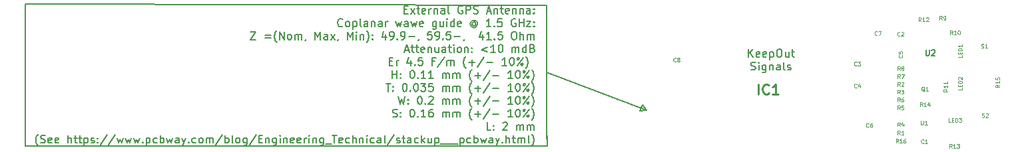
<source format=gbr>
G04 #@! TF.GenerationSoftware,KiCad,Pcbnew,(5.1.4)-1*
G04 #@! TF.CreationDate,2019-11-17T19:28:04+01:00*
G04 #@! TF.ProjectId,Open_Telemetry_digitalSensorShield,4f70656e-5f54-4656-9c65-6d657472795f,P1A - Prototype manuf.*
G04 #@! TF.SameCoordinates,Original*
G04 #@! TF.FileFunction,Other,ECO2*
%FSLAX46Y46*%
G04 Gerber Fmt 4.6, Leading zero omitted, Abs format (unit mm)*
G04 Created by KiCad (PCBNEW (5.1.4)-1) date 2019-11-17 19:28:04*
%MOMM*%
%LPD*%
G04 APERTURE LIST*
%ADD10C,0.150000*%
%ADD11C,0.100000*%
%ADD12C,0.254000*%
G04 APERTURE END LIST*
D10*
X200558400Y-151706580D02*
X200558400Y-150350220D01*
X134142480Y-151706580D02*
X200558400Y-151706580D01*
X134142480Y-133573520D02*
X134142480Y-151706580D01*
X200499980Y-133692900D02*
X134142480Y-133573520D01*
X182388214Y-134268571D02*
X182721547Y-134268571D01*
X182864404Y-134792380D02*
X182388214Y-134792380D01*
X182388214Y-133792380D01*
X182864404Y-133792380D01*
X183197738Y-134792380D02*
X183721547Y-134125714D01*
X183197738Y-134125714D02*
X183721547Y-134792380D01*
X183959642Y-134125714D02*
X184340595Y-134125714D01*
X184102500Y-133792380D02*
X184102500Y-134649523D01*
X184150119Y-134744761D01*
X184245357Y-134792380D01*
X184340595Y-134792380D01*
X185054880Y-134744761D02*
X184959642Y-134792380D01*
X184769166Y-134792380D01*
X184673928Y-134744761D01*
X184626309Y-134649523D01*
X184626309Y-134268571D01*
X184673928Y-134173333D01*
X184769166Y-134125714D01*
X184959642Y-134125714D01*
X185054880Y-134173333D01*
X185102500Y-134268571D01*
X185102500Y-134363809D01*
X184626309Y-134459047D01*
X185531071Y-134792380D02*
X185531071Y-134125714D01*
X185531071Y-134316190D02*
X185578690Y-134220952D01*
X185626309Y-134173333D01*
X185721547Y-134125714D01*
X185816785Y-134125714D01*
X186150119Y-134125714D02*
X186150119Y-134792380D01*
X186150119Y-134220952D02*
X186197738Y-134173333D01*
X186292976Y-134125714D01*
X186435833Y-134125714D01*
X186531071Y-134173333D01*
X186578690Y-134268571D01*
X186578690Y-134792380D01*
X187483452Y-134792380D02*
X187483452Y-134268571D01*
X187435833Y-134173333D01*
X187340595Y-134125714D01*
X187150119Y-134125714D01*
X187054880Y-134173333D01*
X187483452Y-134744761D02*
X187388214Y-134792380D01*
X187150119Y-134792380D01*
X187054880Y-134744761D01*
X187007261Y-134649523D01*
X187007261Y-134554285D01*
X187054880Y-134459047D01*
X187150119Y-134411428D01*
X187388214Y-134411428D01*
X187483452Y-134363809D01*
X188102500Y-134792380D02*
X188007261Y-134744761D01*
X187959642Y-134649523D01*
X187959642Y-133792380D01*
X189769166Y-133840000D02*
X189673928Y-133792380D01*
X189531071Y-133792380D01*
X189388214Y-133840000D01*
X189292976Y-133935238D01*
X189245357Y-134030476D01*
X189197738Y-134220952D01*
X189197738Y-134363809D01*
X189245357Y-134554285D01*
X189292976Y-134649523D01*
X189388214Y-134744761D01*
X189531071Y-134792380D01*
X189626309Y-134792380D01*
X189769166Y-134744761D01*
X189816785Y-134697142D01*
X189816785Y-134363809D01*
X189626309Y-134363809D01*
X190245357Y-134792380D02*
X190245357Y-133792380D01*
X190626309Y-133792380D01*
X190721547Y-133840000D01*
X190769166Y-133887619D01*
X190816785Y-133982857D01*
X190816785Y-134125714D01*
X190769166Y-134220952D01*
X190721547Y-134268571D01*
X190626309Y-134316190D01*
X190245357Y-134316190D01*
X191197738Y-134744761D02*
X191340595Y-134792380D01*
X191578690Y-134792380D01*
X191673928Y-134744761D01*
X191721547Y-134697142D01*
X191769166Y-134601904D01*
X191769166Y-134506666D01*
X191721547Y-134411428D01*
X191673928Y-134363809D01*
X191578690Y-134316190D01*
X191388214Y-134268571D01*
X191292976Y-134220952D01*
X191245357Y-134173333D01*
X191197738Y-134078095D01*
X191197738Y-133982857D01*
X191245357Y-133887619D01*
X191292976Y-133840000D01*
X191388214Y-133792380D01*
X191626309Y-133792380D01*
X191769166Y-133840000D01*
X192912023Y-134506666D02*
X193388214Y-134506666D01*
X192816785Y-134792380D02*
X193150119Y-133792380D01*
X193483452Y-134792380D01*
X193816785Y-134125714D02*
X193816785Y-134792380D01*
X193816785Y-134220952D02*
X193864404Y-134173333D01*
X193959642Y-134125714D01*
X194102500Y-134125714D01*
X194197738Y-134173333D01*
X194245357Y-134268571D01*
X194245357Y-134792380D01*
X194578690Y-134125714D02*
X194959642Y-134125714D01*
X194721547Y-133792380D02*
X194721547Y-134649523D01*
X194769166Y-134744761D01*
X194864404Y-134792380D01*
X194959642Y-134792380D01*
X195673928Y-134744761D02*
X195578690Y-134792380D01*
X195388214Y-134792380D01*
X195292976Y-134744761D01*
X195245357Y-134649523D01*
X195245357Y-134268571D01*
X195292976Y-134173333D01*
X195388214Y-134125714D01*
X195578690Y-134125714D01*
X195673928Y-134173333D01*
X195721547Y-134268571D01*
X195721547Y-134363809D01*
X195245357Y-134459047D01*
X196150119Y-134125714D02*
X196150119Y-134792380D01*
X196150119Y-134220952D02*
X196197738Y-134173333D01*
X196292976Y-134125714D01*
X196435833Y-134125714D01*
X196531071Y-134173333D01*
X196578690Y-134268571D01*
X196578690Y-134792380D01*
X197054880Y-134125714D02*
X197054880Y-134792380D01*
X197054880Y-134220952D02*
X197102500Y-134173333D01*
X197197738Y-134125714D01*
X197340595Y-134125714D01*
X197435833Y-134173333D01*
X197483452Y-134268571D01*
X197483452Y-134792380D01*
X198388214Y-134792380D02*
X198388214Y-134268571D01*
X198340595Y-134173333D01*
X198245357Y-134125714D01*
X198054880Y-134125714D01*
X197959642Y-134173333D01*
X198388214Y-134744761D02*
X198292976Y-134792380D01*
X198054880Y-134792380D01*
X197959642Y-134744761D01*
X197912023Y-134649523D01*
X197912023Y-134554285D01*
X197959642Y-134459047D01*
X198054880Y-134411428D01*
X198292976Y-134411428D01*
X198388214Y-134363809D01*
X198864404Y-134697142D02*
X198912023Y-134744761D01*
X198864404Y-134792380D01*
X198816785Y-134744761D01*
X198864404Y-134697142D01*
X198864404Y-134792380D01*
X198864404Y-134173333D02*
X198912023Y-134220952D01*
X198864404Y-134268571D01*
X198816785Y-134220952D01*
X198864404Y-134173333D01*
X198864404Y-134268571D01*
X174531071Y-136347142D02*
X174483452Y-136394761D01*
X174340595Y-136442380D01*
X174245357Y-136442380D01*
X174102500Y-136394761D01*
X174007261Y-136299523D01*
X173959642Y-136204285D01*
X173912023Y-136013809D01*
X173912023Y-135870952D01*
X173959642Y-135680476D01*
X174007261Y-135585238D01*
X174102500Y-135490000D01*
X174245357Y-135442380D01*
X174340595Y-135442380D01*
X174483452Y-135490000D01*
X174531071Y-135537619D01*
X175102500Y-136442380D02*
X175007261Y-136394761D01*
X174959642Y-136347142D01*
X174912023Y-136251904D01*
X174912023Y-135966190D01*
X174959642Y-135870952D01*
X175007261Y-135823333D01*
X175102500Y-135775714D01*
X175245357Y-135775714D01*
X175340595Y-135823333D01*
X175388214Y-135870952D01*
X175435833Y-135966190D01*
X175435833Y-136251904D01*
X175388214Y-136347142D01*
X175340595Y-136394761D01*
X175245357Y-136442380D01*
X175102500Y-136442380D01*
X175864404Y-135775714D02*
X175864404Y-136775714D01*
X175864404Y-135823333D02*
X175959642Y-135775714D01*
X176150119Y-135775714D01*
X176245357Y-135823333D01*
X176292976Y-135870952D01*
X176340595Y-135966190D01*
X176340595Y-136251904D01*
X176292976Y-136347142D01*
X176245357Y-136394761D01*
X176150119Y-136442380D01*
X175959642Y-136442380D01*
X175864404Y-136394761D01*
X176912023Y-136442380D02*
X176816785Y-136394761D01*
X176769166Y-136299523D01*
X176769166Y-135442380D01*
X177721547Y-136442380D02*
X177721547Y-135918571D01*
X177673928Y-135823333D01*
X177578690Y-135775714D01*
X177388214Y-135775714D01*
X177292976Y-135823333D01*
X177721547Y-136394761D02*
X177626309Y-136442380D01*
X177388214Y-136442380D01*
X177292976Y-136394761D01*
X177245357Y-136299523D01*
X177245357Y-136204285D01*
X177292976Y-136109047D01*
X177388214Y-136061428D01*
X177626309Y-136061428D01*
X177721547Y-136013809D01*
X178197738Y-135775714D02*
X178197738Y-136442380D01*
X178197738Y-135870952D02*
X178245357Y-135823333D01*
X178340595Y-135775714D01*
X178483452Y-135775714D01*
X178578690Y-135823333D01*
X178626309Y-135918571D01*
X178626309Y-136442380D01*
X179531071Y-136442380D02*
X179531071Y-135918571D01*
X179483452Y-135823333D01*
X179388214Y-135775714D01*
X179197738Y-135775714D01*
X179102500Y-135823333D01*
X179531071Y-136394761D02*
X179435833Y-136442380D01*
X179197738Y-136442380D01*
X179102500Y-136394761D01*
X179054880Y-136299523D01*
X179054880Y-136204285D01*
X179102500Y-136109047D01*
X179197738Y-136061428D01*
X179435833Y-136061428D01*
X179531071Y-136013809D01*
X180007261Y-136442380D02*
X180007261Y-135775714D01*
X180007261Y-135966190D02*
X180054880Y-135870952D01*
X180102500Y-135823333D01*
X180197738Y-135775714D01*
X180292976Y-135775714D01*
X181292976Y-135775714D02*
X181483452Y-136442380D01*
X181673928Y-135966190D01*
X181864404Y-136442380D01*
X182054880Y-135775714D01*
X182864404Y-136442380D02*
X182864404Y-135918571D01*
X182816785Y-135823333D01*
X182721547Y-135775714D01*
X182531071Y-135775714D01*
X182435833Y-135823333D01*
X182864404Y-136394761D02*
X182769166Y-136442380D01*
X182531071Y-136442380D01*
X182435833Y-136394761D01*
X182388214Y-136299523D01*
X182388214Y-136204285D01*
X182435833Y-136109047D01*
X182531071Y-136061428D01*
X182769166Y-136061428D01*
X182864404Y-136013809D01*
X183245357Y-135775714D02*
X183435833Y-136442380D01*
X183626309Y-135966190D01*
X183816785Y-136442380D01*
X184007261Y-135775714D01*
X184769166Y-136394761D02*
X184673928Y-136442380D01*
X184483452Y-136442380D01*
X184388214Y-136394761D01*
X184340595Y-136299523D01*
X184340595Y-135918571D01*
X184388214Y-135823333D01*
X184483452Y-135775714D01*
X184673928Y-135775714D01*
X184769166Y-135823333D01*
X184816785Y-135918571D01*
X184816785Y-136013809D01*
X184340595Y-136109047D01*
X186435833Y-135775714D02*
X186435833Y-136585238D01*
X186388214Y-136680476D01*
X186340595Y-136728095D01*
X186245357Y-136775714D01*
X186102500Y-136775714D01*
X186007261Y-136728095D01*
X186435833Y-136394761D02*
X186340595Y-136442380D01*
X186150119Y-136442380D01*
X186054880Y-136394761D01*
X186007261Y-136347142D01*
X185959642Y-136251904D01*
X185959642Y-135966190D01*
X186007261Y-135870952D01*
X186054880Y-135823333D01*
X186150119Y-135775714D01*
X186340595Y-135775714D01*
X186435833Y-135823333D01*
X187340595Y-135775714D02*
X187340595Y-136442380D01*
X186912023Y-135775714D02*
X186912023Y-136299523D01*
X186959642Y-136394761D01*
X187054880Y-136442380D01*
X187197738Y-136442380D01*
X187292976Y-136394761D01*
X187340595Y-136347142D01*
X187816785Y-136442380D02*
X187816785Y-135775714D01*
X187816785Y-135442380D02*
X187769166Y-135490000D01*
X187816785Y-135537619D01*
X187864404Y-135490000D01*
X187816785Y-135442380D01*
X187816785Y-135537619D01*
X188721547Y-136442380D02*
X188721547Y-135442380D01*
X188721547Y-136394761D02*
X188626309Y-136442380D01*
X188435833Y-136442380D01*
X188340595Y-136394761D01*
X188292976Y-136347142D01*
X188245357Y-136251904D01*
X188245357Y-135966190D01*
X188292976Y-135870952D01*
X188340595Y-135823333D01*
X188435833Y-135775714D01*
X188626309Y-135775714D01*
X188721547Y-135823333D01*
X189578690Y-136394761D02*
X189483452Y-136442380D01*
X189292976Y-136442380D01*
X189197738Y-136394761D01*
X189150119Y-136299523D01*
X189150119Y-135918571D01*
X189197738Y-135823333D01*
X189292976Y-135775714D01*
X189483452Y-135775714D01*
X189578690Y-135823333D01*
X189626309Y-135918571D01*
X189626309Y-136013809D01*
X189150119Y-136109047D01*
X191435833Y-135966190D02*
X191388214Y-135918571D01*
X191292976Y-135870952D01*
X191197738Y-135870952D01*
X191102500Y-135918571D01*
X191054880Y-135966190D01*
X191007261Y-136061428D01*
X191007261Y-136156666D01*
X191054880Y-136251904D01*
X191102500Y-136299523D01*
X191197738Y-136347142D01*
X191292976Y-136347142D01*
X191388214Y-136299523D01*
X191435833Y-136251904D01*
X191435833Y-135870952D02*
X191435833Y-136251904D01*
X191483452Y-136299523D01*
X191531071Y-136299523D01*
X191626309Y-136251904D01*
X191673928Y-136156666D01*
X191673928Y-135918571D01*
X191578690Y-135775714D01*
X191435833Y-135680476D01*
X191245357Y-135632857D01*
X191054880Y-135680476D01*
X190912023Y-135775714D01*
X190816785Y-135918571D01*
X190769166Y-136109047D01*
X190816785Y-136299523D01*
X190912023Y-136442380D01*
X191054880Y-136537619D01*
X191245357Y-136585238D01*
X191435833Y-136537619D01*
X191578690Y-136442380D01*
X193388214Y-136442380D02*
X192816785Y-136442380D01*
X193102500Y-136442380D02*
X193102500Y-135442380D01*
X193007261Y-135585238D01*
X192912023Y-135680476D01*
X192816785Y-135728095D01*
X193816785Y-136347142D02*
X193864404Y-136394761D01*
X193816785Y-136442380D01*
X193769166Y-136394761D01*
X193816785Y-136347142D01*
X193816785Y-136442380D01*
X194769166Y-135442380D02*
X194292976Y-135442380D01*
X194245357Y-135918571D01*
X194292976Y-135870952D01*
X194388214Y-135823333D01*
X194626309Y-135823333D01*
X194721547Y-135870952D01*
X194769166Y-135918571D01*
X194816785Y-136013809D01*
X194816785Y-136251904D01*
X194769166Y-136347142D01*
X194721547Y-136394761D01*
X194626309Y-136442380D01*
X194388214Y-136442380D01*
X194292976Y-136394761D01*
X194245357Y-136347142D01*
X196531071Y-135490000D02*
X196435833Y-135442380D01*
X196292976Y-135442380D01*
X196150119Y-135490000D01*
X196054880Y-135585238D01*
X196007261Y-135680476D01*
X195959642Y-135870952D01*
X195959642Y-136013809D01*
X196007261Y-136204285D01*
X196054880Y-136299523D01*
X196150119Y-136394761D01*
X196292976Y-136442380D01*
X196388214Y-136442380D01*
X196531071Y-136394761D01*
X196578690Y-136347142D01*
X196578690Y-136013809D01*
X196388214Y-136013809D01*
X197007261Y-136442380D02*
X197007261Y-135442380D01*
X197007261Y-135918571D02*
X197578690Y-135918571D01*
X197578690Y-136442380D02*
X197578690Y-135442380D01*
X197959642Y-135775714D02*
X198483452Y-135775714D01*
X197959642Y-136442380D01*
X198483452Y-136442380D01*
X198864404Y-136347142D02*
X198912023Y-136394761D01*
X198864404Y-136442380D01*
X198816785Y-136394761D01*
X198864404Y-136347142D01*
X198864404Y-136442380D01*
X198864404Y-135823333D02*
X198912023Y-135870952D01*
X198864404Y-135918571D01*
X198816785Y-135870952D01*
X198864404Y-135823333D01*
X198864404Y-135918571D01*
X162816785Y-137092380D02*
X163483452Y-137092380D01*
X162816785Y-138092380D01*
X163483452Y-138092380D01*
X164626309Y-137568571D02*
X165388214Y-137568571D01*
X165388214Y-137854285D02*
X164626309Y-137854285D01*
X166150119Y-138473333D02*
X166102500Y-138425714D01*
X166007261Y-138282857D01*
X165959642Y-138187619D01*
X165912023Y-138044761D01*
X165864404Y-137806666D01*
X165864404Y-137616190D01*
X165912023Y-137378095D01*
X165959642Y-137235238D01*
X166007261Y-137140000D01*
X166102500Y-136997142D01*
X166150119Y-136949523D01*
X166531071Y-138092380D02*
X166531071Y-137092380D01*
X167102500Y-138092380D01*
X167102500Y-137092380D01*
X167721547Y-138092380D02*
X167626309Y-138044761D01*
X167578690Y-137997142D01*
X167531071Y-137901904D01*
X167531071Y-137616190D01*
X167578690Y-137520952D01*
X167626309Y-137473333D01*
X167721547Y-137425714D01*
X167864404Y-137425714D01*
X167959642Y-137473333D01*
X168007261Y-137520952D01*
X168054880Y-137616190D01*
X168054880Y-137901904D01*
X168007261Y-137997142D01*
X167959642Y-138044761D01*
X167864404Y-138092380D01*
X167721547Y-138092380D01*
X168483452Y-138092380D02*
X168483452Y-137425714D01*
X168483452Y-137520952D02*
X168531071Y-137473333D01*
X168626309Y-137425714D01*
X168769166Y-137425714D01*
X168864404Y-137473333D01*
X168912023Y-137568571D01*
X168912023Y-138092380D01*
X168912023Y-137568571D02*
X168959642Y-137473333D01*
X169054880Y-137425714D01*
X169197738Y-137425714D01*
X169292976Y-137473333D01*
X169340595Y-137568571D01*
X169340595Y-138092380D01*
X169864404Y-138044761D02*
X169864404Y-138092380D01*
X169816785Y-138187619D01*
X169769166Y-138235238D01*
X171054880Y-138092380D02*
X171054880Y-137092380D01*
X171388214Y-137806666D01*
X171721547Y-137092380D01*
X171721547Y-138092380D01*
X172626309Y-138092380D02*
X172626309Y-137568571D01*
X172578690Y-137473333D01*
X172483452Y-137425714D01*
X172292976Y-137425714D01*
X172197738Y-137473333D01*
X172626309Y-138044761D02*
X172531071Y-138092380D01*
X172292976Y-138092380D01*
X172197738Y-138044761D01*
X172150119Y-137949523D01*
X172150119Y-137854285D01*
X172197738Y-137759047D01*
X172292976Y-137711428D01*
X172531071Y-137711428D01*
X172626309Y-137663809D01*
X173007261Y-138092380D02*
X173531071Y-137425714D01*
X173007261Y-137425714D02*
X173531071Y-138092380D01*
X173959642Y-138044761D02*
X173959642Y-138092380D01*
X173912023Y-138187619D01*
X173864404Y-138235238D01*
X175150119Y-138092380D02*
X175150119Y-137092380D01*
X175483452Y-137806666D01*
X175816785Y-137092380D01*
X175816785Y-138092380D01*
X176292976Y-138092380D02*
X176292976Y-137425714D01*
X176292976Y-137092380D02*
X176245357Y-137140000D01*
X176292976Y-137187619D01*
X176340595Y-137140000D01*
X176292976Y-137092380D01*
X176292976Y-137187619D01*
X176769166Y-137425714D02*
X176769166Y-138092380D01*
X176769166Y-137520952D02*
X176816785Y-137473333D01*
X176912023Y-137425714D01*
X177054880Y-137425714D01*
X177150119Y-137473333D01*
X177197738Y-137568571D01*
X177197738Y-138092380D01*
X177578690Y-138473333D02*
X177626309Y-138425714D01*
X177721547Y-138282857D01*
X177769166Y-138187619D01*
X177816785Y-138044761D01*
X177864404Y-137806666D01*
X177864404Y-137616190D01*
X177816785Y-137378095D01*
X177769166Y-137235238D01*
X177721547Y-137140000D01*
X177626309Y-136997142D01*
X177578690Y-136949523D01*
X178340595Y-137997142D02*
X178388214Y-138044761D01*
X178340595Y-138092380D01*
X178292976Y-138044761D01*
X178340595Y-137997142D01*
X178340595Y-138092380D01*
X178340595Y-137473333D02*
X178388214Y-137520952D01*
X178340595Y-137568571D01*
X178292976Y-137520952D01*
X178340595Y-137473333D01*
X178340595Y-137568571D01*
X180007261Y-137425714D02*
X180007261Y-138092380D01*
X179769166Y-137044761D02*
X179531071Y-137759047D01*
X180150119Y-137759047D01*
X180578690Y-138092380D02*
X180769166Y-138092380D01*
X180864404Y-138044761D01*
X180912023Y-137997142D01*
X181007261Y-137854285D01*
X181054880Y-137663809D01*
X181054880Y-137282857D01*
X181007261Y-137187619D01*
X180959642Y-137140000D01*
X180864404Y-137092380D01*
X180673928Y-137092380D01*
X180578690Y-137140000D01*
X180531071Y-137187619D01*
X180483452Y-137282857D01*
X180483452Y-137520952D01*
X180531071Y-137616190D01*
X180578690Y-137663809D01*
X180673928Y-137711428D01*
X180864404Y-137711428D01*
X180959642Y-137663809D01*
X181007261Y-137616190D01*
X181054880Y-137520952D01*
X181483452Y-137997142D02*
X181531071Y-138044761D01*
X181483452Y-138092380D01*
X181435833Y-138044761D01*
X181483452Y-137997142D01*
X181483452Y-138092380D01*
X182007261Y-138092380D02*
X182197738Y-138092380D01*
X182292976Y-138044761D01*
X182340595Y-137997142D01*
X182435833Y-137854285D01*
X182483452Y-137663809D01*
X182483452Y-137282857D01*
X182435833Y-137187619D01*
X182388214Y-137140000D01*
X182292976Y-137092380D01*
X182102500Y-137092380D01*
X182007261Y-137140000D01*
X181959642Y-137187619D01*
X181912023Y-137282857D01*
X181912023Y-137520952D01*
X181959642Y-137616190D01*
X182007261Y-137663809D01*
X182102500Y-137711428D01*
X182292976Y-137711428D01*
X182388214Y-137663809D01*
X182435833Y-137616190D01*
X182483452Y-137520952D01*
X182912023Y-137711428D02*
X183673928Y-137711428D01*
X184197738Y-138044761D02*
X184197738Y-138092380D01*
X184150119Y-138187619D01*
X184102500Y-138235238D01*
X185864404Y-137092380D02*
X185388214Y-137092380D01*
X185340595Y-137568571D01*
X185388214Y-137520952D01*
X185483452Y-137473333D01*
X185721547Y-137473333D01*
X185816785Y-137520952D01*
X185864404Y-137568571D01*
X185912023Y-137663809D01*
X185912023Y-137901904D01*
X185864404Y-137997142D01*
X185816785Y-138044761D01*
X185721547Y-138092380D01*
X185483452Y-138092380D01*
X185388214Y-138044761D01*
X185340595Y-137997142D01*
X186388214Y-138092380D02*
X186578690Y-138092380D01*
X186673928Y-138044761D01*
X186721547Y-137997142D01*
X186816785Y-137854285D01*
X186864404Y-137663809D01*
X186864404Y-137282857D01*
X186816785Y-137187619D01*
X186769166Y-137140000D01*
X186673928Y-137092380D01*
X186483452Y-137092380D01*
X186388214Y-137140000D01*
X186340595Y-137187619D01*
X186292976Y-137282857D01*
X186292976Y-137520952D01*
X186340595Y-137616190D01*
X186388214Y-137663809D01*
X186483452Y-137711428D01*
X186673928Y-137711428D01*
X186769166Y-137663809D01*
X186816785Y-137616190D01*
X186864404Y-137520952D01*
X187292976Y-137997142D02*
X187340595Y-138044761D01*
X187292976Y-138092380D01*
X187245357Y-138044761D01*
X187292976Y-137997142D01*
X187292976Y-138092380D01*
X188245357Y-137092380D02*
X187769166Y-137092380D01*
X187721547Y-137568571D01*
X187769166Y-137520952D01*
X187864404Y-137473333D01*
X188102500Y-137473333D01*
X188197738Y-137520952D01*
X188245357Y-137568571D01*
X188292976Y-137663809D01*
X188292976Y-137901904D01*
X188245357Y-137997142D01*
X188197738Y-138044761D01*
X188102500Y-138092380D01*
X187864404Y-138092380D01*
X187769166Y-138044761D01*
X187721547Y-137997142D01*
X188721547Y-137711428D02*
X189483452Y-137711428D01*
X190007261Y-138044761D02*
X190007261Y-138092380D01*
X189959642Y-138187619D01*
X189912023Y-138235238D01*
X192388214Y-137425714D02*
X192388214Y-138092380D01*
X192150119Y-137044761D02*
X191912023Y-137759047D01*
X192531071Y-137759047D01*
X193435833Y-138092380D02*
X192864404Y-138092380D01*
X193150119Y-138092380D02*
X193150119Y-137092380D01*
X193054880Y-137235238D01*
X192959642Y-137330476D01*
X192864404Y-137378095D01*
X193864404Y-137997142D02*
X193912023Y-138044761D01*
X193864404Y-138092380D01*
X193816785Y-138044761D01*
X193864404Y-137997142D01*
X193864404Y-138092380D01*
X194816785Y-137092380D02*
X194340595Y-137092380D01*
X194292976Y-137568571D01*
X194340595Y-137520952D01*
X194435833Y-137473333D01*
X194673928Y-137473333D01*
X194769166Y-137520952D01*
X194816785Y-137568571D01*
X194864404Y-137663809D01*
X194864404Y-137901904D01*
X194816785Y-137997142D01*
X194769166Y-138044761D01*
X194673928Y-138092380D01*
X194435833Y-138092380D01*
X194340595Y-138044761D01*
X194292976Y-137997142D01*
X196245357Y-137092380D02*
X196435833Y-137092380D01*
X196531071Y-137140000D01*
X196626309Y-137235238D01*
X196673928Y-137425714D01*
X196673928Y-137759047D01*
X196626309Y-137949523D01*
X196531071Y-138044761D01*
X196435833Y-138092380D01*
X196245357Y-138092380D01*
X196150119Y-138044761D01*
X196054880Y-137949523D01*
X196007261Y-137759047D01*
X196007261Y-137425714D01*
X196054880Y-137235238D01*
X196150119Y-137140000D01*
X196245357Y-137092380D01*
X197102500Y-138092380D02*
X197102500Y-137092380D01*
X197531071Y-138092380D02*
X197531071Y-137568571D01*
X197483452Y-137473333D01*
X197388214Y-137425714D01*
X197245357Y-137425714D01*
X197150119Y-137473333D01*
X197102500Y-137520952D01*
X198007261Y-138092380D02*
X198007261Y-137425714D01*
X198007261Y-137520952D02*
X198054880Y-137473333D01*
X198150119Y-137425714D01*
X198292976Y-137425714D01*
X198388214Y-137473333D01*
X198435833Y-137568571D01*
X198435833Y-138092380D01*
X198435833Y-137568571D02*
X198483452Y-137473333D01*
X198578690Y-137425714D01*
X198721547Y-137425714D01*
X198816785Y-137473333D01*
X198864404Y-137568571D01*
X198864404Y-138092380D01*
X182483452Y-139456666D02*
X182959642Y-139456666D01*
X182388214Y-139742380D02*
X182721547Y-138742380D01*
X183054880Y-139742380D01*
X183245357Y-139075714D02*
X183626309Y-139075714D01*
X183388214Y-138742380D02*
X183388214Y-139599523D01*
X183435833Y-139694761D01*
X183531071Y-139742380D01*
X183626309Y-139742380D01*
X183816785Y-139075714D02*
X184197738Y-139075714D01*
X183959642Y-138742380D02*
X183959642Y-139599523D01*
X184007261Y-139694761D01*
X184102500Y-139742380D01*
X184197738Y-139742380D01*
X184912023Y-139694761D02*
X184816785Y-139742380D01*
X184626309Y-139742380D01*
X184531071Y-139694761D01*
X184483452Y-139599523D01*
X184483452Y-139218571D01*
X184531071Y-139123333D01*
X184626309Y-139075714D01*
X184816785Y-139075714D01*
X184912023Y-139123333D01*
X184959642Y-139218571D01*
X184959642Y-139313809D01*
X184483452Y-139409047D01*
X185388214Y-139075714D02*
X185388214Y-139742380D01*
X185388214Y-139170952D02*
X185435833Y-139123333D01*
X185531071Y-139075714D01*
X185673928Y-139075714D01*
X185769166Y-139123333D01*
X185816785Y-139218571D01*
X185816785Y-139742380D01*
X186721547Y-139075714D02*
X186721547Y-139742380D01*
X186292976Y-139075714D02*
X186292976Y-139599523D01*
X186340595Y-139694761D01*
X186435833Y-139742380D01*
X186578690Y-139742380D01*
X186673928Y-139694761D01*
X186721547Y-139647142D01*
X187626309Y-139742380D02*
X187626309Y-139218571D01*
X187578690Y-139123333D01*
X187483452Y-139075714D01*
X187292976Y-139075714D01*
X187197738Y-139123333D01*
X187626309Y-139694761D02*
X187531071Y-139742380D01*
X187292976Y-139742380D01*
X187197738Y-139694761D01*
X187150119Y-139599523D01*
X187150119Y-139504285D01*
X187197738Y-139409047D01*
X187292976Y-139361428D01*
X187531071Y-139361428D01*
X187626309Y-139313809D01*
X187959642Y-139075714D02*
X188340595Y-139075714D01*
X188102500Y-138742380D02*
X188102500Y-139599523D01*
X188150119Y-139694761D01*
X188245357Y-139742380D01*
X188340595Y-139742380D01*
X188673928Y-139742380D02*
X188673928Y-139075714D01*
X188673928Y-138742380D02*
X188626309Y-138790000D01*
X188673928Y-138837619D01*
X188721547Y-138790000D01*
X188673928Y-138742380D01*
X188673928Y-138837619D01*
X189292976Y-139742380D02*
X189197738Y-139694761D01*
X189150119Y-139647142D01*
X189102500Y-139551904D01*
X189102500Y-139266190D01*
X189150119Y-139170952D01*
X189197738Y-139123333D01*
X189292976Y-139075714D01*
X189435833Y-139075714D01*
X189531071Y-139123333D01*
X189578690Y-139170952D01*
X189626309Y-139266190D01*
X189626309Y-139551904D01*
X189578690Y-139647142D01*
X189531071Y-139694761D01*
X189435833Y-139742380D01*
X189292976Y-139742380D01*
X190054880Y-139075714D02*
X190054880Y-139742380D01*
X190054880Y-139170952D02*
X190102500Y-139123333D01*
X190197738Y-139075714D01*
X190340595Y-139075714D01*
X190435833Y-139123333D01*
X190483452Y-139218571D01*
X190483452Y-139742380D01*
X190959642Y-139647142D02*
X191007261Y-139694761D01*
X190959642Y-139742380D01*
X190912023Y-139694761D01*
X190959642Y-139647142D01*
X190959642Y-139742380D01*
X190959642Y-139123333D02*
X191007261Y-139170952D01*
X190959642Y-139218571D01*
X190912023Y-139170952D01*
X190959642Y-139123333D01*
X190959642Y-139218571D01*
X192959642Y-139075714D02*
X192197738Y-139361428D01*
X192959642Y-139647142D01*
X193959642Y-139742380D02*
X193388214Y-139742380D01*
X193673928Y-139742380D02*
X193673928Y-138742380D01*
X193578690Y-138885238D01*
X193483452Y-138980476D01*
X193388214Y-139028095D01*
X194578690Y-138742380D02*
X194673928Y-138742380D01*
X194769166Y-138790000D01*
X194816785Y-138837619D01*
X194864404Y-138932857D01*
X194912023Y-139123333D01*
X194912023Y-139361428D01*
X194864404Y-139551904D01*
X194816785Y-139647142D01*
X194769166Y-139694761D01*
X194673928Y-139742380D01*
X194578690Y-139742380D01*
X194483452Y-139694761D01*
X194435833Y-139647142D01*
X194388214Y-139551904D01*
X194340595Y-139361428D01*
X194340595Y-139123333D01*
X194388214Y-138932857D01*
X194435833Y-138837619D01*
X194483452Y-138790000D01*
X194578690Y-138742380D01*
X196102500Y-139742380D02*
X196102500Y-139075714D01*
X196102500Y-139170952D02*
X196150119Y-139123333D01*
X196245357Y-139075714D01*
X196388214Y-139075714D01*
X196483452Y-139123333D01*
X196531071Y-139218571D01*
X196531071Y-139742380D01*
X196531071Y-139218571D02*
X196578690Y-139123333D01*
X196673928Y-139075714D01*
X196816785Y-139075714D01*
X196912023Y-139123333D01*
X196959642Y-139218571D01*
X196959642Y-139742380D01*
X197864404Y-139742380D02*
X197864404Y-138742380D01*
X197864404Y-139694761D02*
X197769166Y-139742380D01*
X197578690Y-139742380D01*
X197483452Y-139694761D01*
X197435833Y-139647142D01*
X197388214Y-139551904D01*
X197388214Y-139266190D01*
X197435833Y-139170952D01*
X197483452Y-139123333D01*
X197578690Y-139075714D01*
X197769166Y-139075714D01*
X197864404Y-139123333D01*
X198673928Y-139218571D02*
X198816785Y-139266190D01*
X198864404Y-139313809D01*
X198912023Y-139409047D01*
X198912023Y-139551904D01*
X198864404Y-139647142D01*
X198816785Y-139694761D01*
X198721547Y-139742380D01*
X198340595Y-139742380D01*
X198340595Y-138742380D01*
X198673928Y-138742380D01*
X198769166Y-138790000D01*
X198816785Y-138837619D01*
X198864404Y-138932857D01*
X198864404Y-139028095D01*
X198816785Y-139123333D01*
X198769166Y-139170952D01*
X198673928Y-139218571D01*
X198340595Y-139218571D01*
X180483452Y-140868571D02*
X180816785Y-140868571D01*
X180959642Y-141392380D02*
X180483452Y-141392380D01*
X180483452Y-140392380D01*
X180959642Y-140392380D01*
X181388214Y-141392380D02*
X181388214Y-140725714D01*
X181388214Y-140916190D02*
X181435833Y-140820952D01*
X181483452Y-140773333D01*
X181578690Y-140725714D01*
X181673928Y-140725714D01*
X183197738Y-140725714D02*
X183197738Y-141392380D01*
X182959642Y-140344761D02*
X182721547Y-141059047D01*
X183340595Y-141059047D01*
X183721547Y-141297142D02*
X183769166Y-141344761D01*
X183721547Y-141392380D01*
X183673928Y-141344761D01*
X183721547Y-141297142D01*
X183721547Y-141392380D01*
X184673928Y-140392380D02*
X184197738Y-140392380D01*
X184150119Y-140868571D01*
X184197738Y-140820952D01*
X184292976Y-140773333D01*
X184531071Y-140773333D01*
X184626309Y-140820952D01*
X184673928Y-140868571D01*
X184721547Y-140963809D01*
X184721547Y-141201904D01*
X184673928Y-141297142D01*
X184626309Y-141344761D01*
X184531071Y-141392380D01*
X184292976Y-141392380D01*
X184197738Y-141344761D01*
X184150119Y-141297142D01*
X186245357Y-140868571D02*
X185912023Y-140868571D01*
X185912023Y-141392380D02*
X185912023Y-140392380D01*
X186388214Y-140392380D01*
X187483452Y-140344761D02*
X186626309Y-141630476D01*
X187816785Y-141392380D02*
X187816785Y-140725714D01*
X187816785Y-140820952D02*
X187864404Y-140773333D01*
X187959642Y-140725714D01*
X188102500Y-140725714D01*
X188197738Y-140773333D01*
X188245357Y-140868571D01*
X188245357Y-141392380D01*
X188245357Y-140868571D02*
X188292976Y-140773333D01*
X188388214Y-140725714D01*
X188531071Y-140725714D01*
X188626309Y-140773333D01*
X188673928Y-140868571D01*
X188673928Y-141392380D01*
X190197738Y-141773333D02*
X190150119Y-141725714D01*
X190054880Y-141582857D01*
X190007261Y-141487619D01*
X189959642Y-141344761D01*
X189912023Y-141106666D01*
X189912023Y-140916190D01*
X189959642Y-140678095D01*
X190007261Y-140535238D01*
X190054880Y-140440000D01*
X190150119Y-140297142D01*
X190197738Y-140249523D01*
X190578690Y-141011428D02*
X191340595Y-141011428D01*
X190959642Y-141392380D02*
X190959642Y-140630476D01*
X192531071Y-140344761D02*
X191673928Y-141630476D01*
X192864404Y-141011428D02*
X193626309Y-141011428D01*
X195388214Y-141392380D02*
X194816785Y-141392380D01*
X195102500Y-141392380D02*
X195102500Y-140392380D01*
X195007261Y-140535238D01*
X194912023Y-140630476D01*
X194816785Y-140678095D01*
X196007261Y-140392380D02*
X196102500Y-140392380D01*
X196197738Y-140440000D01*
X196245357Y-140487619D01*
X196292976Y-140582857D01*
X196340595Y-140773333D01*
X196340595Y-141011428D01*
X196292976Y-141201904D01*
X196245357Y-141297142D01*
X196197738Y-141344761D01*
X196102500Y-141392380D01*
X196007261Y-141392380D01*
X195912023Y-141344761D01*
X195864404Y-141297142D01*
X195816785Y-141201904D01*
X195769166Y-141011428D01*
X195769166Y-140773333D01*
X195816785Y-140582857D01*
X195864404Y-140487619D01*
X195912023Y-140440000D01*
X196007261Y-140392380D01*
X196721547Y-141392380D02*
X197483452Y-140392380D01*
X196864404Y-140392380D02*
X196959642Y-140440000D01*
X197007261Y-140535238D01*
X196959642Y-140630476D01*
X196864404Y-140678095D01*
X196769166Y-140630476D01*
X196721547Y-140535238D01*
X196769166Y-140440000D01*
X196864404Y-140392380D01*
X197435833Y-141344761D02*
X197483452Y-141249523D01*
X197435833Y-141154285D01*
X197340595Y-141106666D01*
X197245357Y-141154285D01*
X197197738Y-141249523D01*
X197245357Y-141344761D01*
X197340595Y-141392380D01*
X197435833Y-141344761D01*
X197816785Y-141773333D02*
X197864404Y-141725714D01*
X197959642Y-141582857D01*
X198007261Y-141487619D01*
X198054880Y-141344761D01*
X198102500Y-141106666D01*
X198102500Y-140916190D01*
X198054880Y-140678095D01*
X198007261Y-140535238D01*
X197959642Y-140440000D01*
X197864404Y-140297142D01*
X197816785Y-140249523D01*
X180864404Y-143042380D02*
X180864404Y-142042380D01*
X180864404Y-142518571D02*
X181435833Y-142518571D01*
X181435833Y-143042380D02*
X181435833Y-142042380D01*
X181912023Y-142947142D02*
X181959642Y-142994761D01*
X181912023Y-143042380D01*
X181864404Y-142994761D01*
X181912023Y-142947142D01*
X181912023Y-143042380D01*
X181912023Y-142423333D02*
X181959642Y-142470952D01*
X181912023Y-142518571D01*
X181864404Y-142470952D01*
X181912023Y-142423333D01*
X181912023Y-142518571D01*
X183340595Y-142042380D02*
X183435833Y-142042380D01*
X183531071Y-142090000D01*
X183578690Y-142137619D01*
X183626309Y-142232857D01*
X183673928Y-142423333D01*
X183673928Y-142661428D01*
X183626309Y-142851904D01*
X183578690Y-142947142D01*
X183531071Y-142994761D01*
X183435833Y-143042380D01*
X183340595Y-143042380D01*
X183245357Y-142994761D01*
X183197738Y-142947142D01*
X183150119Y-142851904D01*
X183102500Y-142661428D01*
X183102500Y-142423333D01*
X183150119Y-142232857D01*
X183197738Y-142137619D01*
X183245357Y-142090000D01*
X183340595Y-142042380D01*
X184102500Y-142947142D02*
X184150119Y-142994761D01*
X184102500Y-143042380D01*
X184054880Y-142994761D01*
X184102500Y-142947142D01*
X184102500Y-143042380D01*
X185102500Y-143042380D02*
X184531071Y-143042380D01*
X184816785Y-143042380D02*
X184816785Y-142042380D01*
X184721547Y-142185238D01*
X184626309Y-142280476D01*
X184531071Y-142328095D01*
X186054880Y-143042380D02*
X185483452Y-143042380D01*
X185769166Y-143042380D02*
X185769166Y-142042380D01*
X185673928Y-142185238D01*
X185578690Y-142280476D01*
X185483452Y-142328095D01*
X187245357Y-143042380D02*
X187245357Y-142375714D01*
X187245357Y-142470952D02*
X187292976Y-142423333D01*
X187388214Y-142375714D01*
X187531071Y-142375714D01*
X187626309Y-142423333D01*
X187673928Y-142518571D01*
X187673928Y-143042380D01*
X187673928Y-142518571D02*
X187721547Y-142423333D01*
X187816785Y-142375714D01*
X187959642Y-142375714D01*
X188054880Y-142423333D01*
X188102500Y-142518571D01*
X188102500Y-143042380D01*
X188578690Y-143042380D02*
X188578690Y-142375714D01*
X188578690Y-142470952D02*
X188626309Y-142423333D01*
X188721547Y-142375714D01*
X188864404Y-142375714D01*
X188959642Y-142423333D01*
X189007261Y-142518571D01*
X189007261Y-143042380D01*
X189007261Y-142518571D02*
X189054880Y-142423333D01*
X189150119Y-142375714D01*
X189292976Y-142375714D01*
X189388214Y-142423333D01*
X189435833Y-142518571D01*
X189435833Y-143042380D01*
X190959642Y-143423333D02*
X190912023Y-143375714D01*
X190816785Y-143232857D01*
X190769166Y-143137619D01*
X190721547Y-142994761D01*
X190673928Y-142756666D01*
X190673928Y-142566190D01*
X190721547Y-142328095D01*
X190769166Y-142185238D01*
X190816785Y-142090000D01*
X190912023Y-141947142D01*
X190959642Y-141899523D01*
X191340595Y-142661428D02*
X192102500Y-142661428D01*
X191721547Y-143042380D02*
X191721547Y-142280476D01*
X193292976Y-141994761D02*
X192435833Y-143280476D01*
X193626309Y-142661428D02*
X194388214Y-142661428D01*
X196150119Y-143042380D02*
X195578690Y-143042380D01*
X195864404Y-143042380D02*
X195864404Y-142042380D01*
X195769166Y-142185238D01*
X195673928Y-142280476D01*
X195578690Y-142328095D01*
X196769166Y-142042380D02*
X196864404Y-142042380D01*
X196959642Y-142090000D01*
X197007261Y-142137619D01*
X197054880Y-142232857D01*
X197102500Y-142423333D01*
X197102500Y-142661428D01*
X197054880Y-142851904D01*
X197007261Y-142947142D01*
X196959642Y-142994761D01*
X196864404Y-143042380D01*
X196769166Y-143042380D01*
X196673928Y-142994761D01*
X196626309Y-142947142D01*
X196578690Y-142851904D01*
X196531071Y-142661428D01*
X196531071Y-142423333D01*
X196578690Y-142232857D01*
X196626309Y-142137619D01*
X196673928Y-142090000D01*
X196769166Y-142042380D01*
X197483452Y-143042380D02*
X198245357Y-142042380D01*
X197626309Y-142042380D02*
X197721547Y-142090000D01*
X197769166Y-142185238D01*
X197721547Y-142280476D01*
X197626309Y-142328095D01*
X197531071Y-142280476D01*
X197483452Y-142185238D01*
X197531071Y-142090000D01*
X197626309Y-142042380D01*
X198197738Y-142994761D02*
X198245357Y-142899523D01*
X198197738Y-142804285D01*
X198102500Y-142756666D01*
X198007261Y-142804285D01*
X197959642Y-142899523D01*
X198007261Y-142994761D01*
X198102500Y-143042380D01*
X198197738Y-142994761D01*
X198578690Y-143423333D02*
X198626309Y-143375714D01*
X198721547Y-143232857D01*
X198769166Y-143137619D01*
X198816785Y-142994761D01*
X198864404Y-142756666D01*
X198864404Y-142566190D01*
X198816785Y-142328095D01*
X198769166Y-142185238D01*
X198721547Y-142090000D01*
X198626309Y-141947142D01*
X198578690Y-141899523D01*
X180054880Y-143692380D02*
X180626309Y-143692380D01*
X180340595Y-144692380D02*
X180340595Y-143692380D01*
X180959642Y-144597142D02*
X181007261Y-144644761D01*
X180959642Y-144692380D01*
X180912023Y-144644761D01*
X180959642Y-144597142D01*
X180959642Y-144692380D01*
X180959642Y-144073333D02*
X181007261Y-144120952D01*
X180959642Y-144168571D01*
X180912023Y-144120952D01*
X180959642Y-144073333D01*
X180959642Y-144168571D01*
X182388214Y-143692380D02*
X182483452Y-143692380D01*
X182578690Y-143740000D01*
X182626309Y-143787619D01*
X182673928Y-143882857D01*
X182721547Y-144073333D01*
X182721547Y-144311428D01*
X182673928Y-144501904D01*
X182626309Y-144597142D01*
X182578690Y-144644761D01*
X182483452Y-144692380D01*
X182388214Y-144692380D01*
X182292976Y-144644761D01*
X182245357Y-144597142D01*
X182197738Y-144501904D01*
X182150119Y-144311428D01*
X182150119Y-144073333D01*
X182197738Y-143882857D01*
X182245357Y-143787619D01*
X182292976Y-143740000D01*
X182388214Y-143692380D01*
X183150119Y-144597142D02*
X183197738Y-144644761D01*
X183150119Y-144692380D01*
X183102500Y-144644761D01*
X183150119Y-144597142D01*
X183150119Y-144692380D01*
X183816785Y-143692380D02*
X183912023Y-143692380D01*
X184007261Y-143740000D01*
X184054880Y-143787619D01*
X184102500Y-143882857D01*
X184150119Y-144073333D01*
X184150119Y-144311428D01*
X184102500Y-144501904D01*
X184054880Y-144597142D01*
X184007261Y-144644761D01*
X183912023Y-144692380D01*
X183816785Y-144692380D01*
X183721547Y-144644761D01*
X183673928Y-144597142D01*
X183626309Y-144501904D01*
X183578690Y-144311428D01*
X183578690Y-144073333D01*
X183626309Y-143882857D01*
X183673928Y-143787619D01*
X183721547Y-143740000D01*
X183816785Y-143692380D01*
X184483452Y-143692380D02*
X185102500Y-143692380D01*
X184769166Y-144073333D01*
X184912023Y-144073333D01*
X185007261Y-144120952D01*
X185054880Y-144168571D01*
X185102500Y-144263809D01*
X185102500Y-144501904D01*
X185054880Y-144597142D01*
X185007261Y-144644761D01*
X184912023Y-144692380D01*
X184626309Y-144692380D01*
X184531071Y-144644761D01*
X184483452Y-144597142D01*
X186007261Y-143692380D02*
X185531071Y-143692380D01*
X185483452Y-144168571D01*
X185531071Y-144120952D01*
X185626309Y-144073333D01*
X185864404Y-144073333D01*
X185959642Y-144120952D01*
X186007261Y-144168571D01*
X186054880Y-144263809D01*
X186054880Y-144501904D01*
X186007261Y-144597142D01*
X185959642Y-144644761D01*
X185864404Y-144692380D01*
X185626309Y-144692380D01*
X185531071Y-144644761D01*
X185483452Y-144597142D01*
X187245357Y-144692380D02*
X187245357Y-144025714D01*
X187245357Y-144120952D02*
X187292976Y-144073333D01*
X187388214Y-144025714D01*
X187531071Y-144025714D01*
X187626309Y-144073333D01*
X187673928Y-144168571D01*
X187673928Y-144692380D01*
X187673928Y-144168571D02*
X187721547Y-144073333D01*
X187816785Y-144025714D01*
X187959642Y-144025714D01*
X188054880Y-144073333D01*
X188102500Y-144168571D01*
X188102500Y-144692380D01*
X188578690Y-144692380D02*
X188578690Y-144025714D01*
X188578690Y-144120952D02*
X188626309Y-144073333D01*
X188721547Y-144025714D01*
X188864404Y-144025714D01*
X188959642Y-144073333D01*
X189007261Y-144168571D01*
X189007261Y-144692380D01*
X189007261Y-144168571D02*
X189054880Y-144073333D01*
X189150119Y-144025714D01*
X189292976Y-144025714D01*
X189388214Y-144073333D01*
X189435833Y-144168571D01*
X189435833Y-144692380D01*
X190959642Y-145073333D02*
X190912023Y-145025714D01*
X190816785Y-144882857D01*
X190769166Y-144787619D01*
X190721547Y-144644761D01*
X190673928Y-144406666D01*
X190673928Y-144216190D01*
X190721547Y-143978095D01*
X190769166Y-143835238D01*
X190816785Y-143740000D01*
X190912023Y-143597142D01*
X190959642Y-143549523D01*
X191340595Y-144311428D02*
X192102500Y-144311428D01*
X191721547Y-144692380D02*
X191721547Y-143930476D01*
X193292976Y-143644761D02*
X192435833Y-144930476D01*
X193626309Y-144311428D02*
X194388214Y-144311428D01*
X196150119Y-144692380D02*
X195578690Y-144692380D01*
X195864404Y-144692380D02*
X195864404Y-143692380D01*
X195769166Y-143835238D01*
X195673928Y-143930476D01*
X195578690Y-143978095D01*
X196769166Y-143692380D02*
X196864404Y-143692380D01*
X196959642Y-143740000D01*
X197007261Y-143787619D01*
X197054880Y-143882857D01*
X197102500Y-144073333D01*
X197102500Y-144311428D01*
X197054880Y-144501904D01*
X197007261Y-144597142D01*
X196959642Y-144644761D01*
X196864404Y-144692380D01*
X196769166Y-144692380D01*
X196673928Y-144644761D01*
X196626309Y-144597142D01*
X196578690Y-144501904D01*
X196531071Y-144311428D01*
X196531071Y-144073333D01*
X196578690Y-143882857D01*
X196626309Y-143787619D01*
X196673928Y-143740000D01*
X196769166Y-143692380D01*
X197483452Y-144692380D02*
X198245357Y-143692380D01*
X197626309Y-143692380D02*
X197721547Y-143740000D01*
X197769166Y-143835238D01*
X197721547Y-143930476D01*
X197626309Y-143978095D01*
X197531071Y-143930476D01*
X197483452Y-143835238D01*
X197531071Y-143740000D01*
X197626309Y-143692380D01*
X198197738Y-144644761D02*
X198245357Y-144549523D01*
X198197738Y-144454285D01*
X198102500Y-144406666D01*
X198007261Y-144454285D01*
X197959642Y-144549523D01*
X198007261Y-144644761D01*
X198102500Y-144692380D01*
X198197738Y-144644761D01*
X198578690Y-145073333D02*
X198626309Y-145025714D01*
X198721547Y-144882857D01*
X198769166Y-144787619D01*
X198816785Y-144644761D01*
X198864404Y-144406666D01*
X198864404Y-144216190D01*
X198816785Y-143978095D01*
X198769166Y-143835238D01*
X198721547Y-143740000D01*
X198626309Y-143597142D01*
X198578690Y-143549523D01*
X181626309Y-145342380D02*
X181864404Y-146342380D01*
X182054880Y-145628095D01*
X182245357Y-146342380D01*
X182483452Y-145342380D01*
X182864404Y-146247142D02*
X182912023Y-146294761D01*
X182864404Y-146342380D01*
X182816785Y-146294761D01*
X182864404Y-146247142D01*
X182864404Y-146342380D01*
X182864404Y-145723333D02*
X182912023Y-145770952D01*
X182864404Y-145818571D01*
X182816785Y-145770952D01*
X182864404Y-145723333D01*
X182864404Y-145818571D01*
X184292976Y-145342380D02*
X184388214Y-145342380D01*
X184483452Y-145390000D01*
X184531071Y-145437619D01*
X184578690Y-145532857D01*
X184626309Y-145723333D01*
X184626309Y-145961428D01*
X184578690Y-146151904D01*
X184531071Y-146247142D01*
X184483452Y-146294761D01*
X184388214Y-146342380D01*
X184292976Y-146342380D01*
X184197738Y-146294761D01*
X184150119Y-146247142D01*
X184102500Y-146151904D01*
X184054880Y-145961428D01*
X184054880Y-145723333D01*
X184102500Y-145532857D01*
X184150119Y-145437619D01*
X184197738Y-145390000D01*
X184292976Y-145342380D01*
X185054880Y-146247142D02*
X185102500Y-146294761D01*
X185054880Y-146342380D01*
X185007261Y-146294761D01*
X185054880Y-146247142D01*
X185054880Y-146342380D01*
X185483452Y-145437619D02*
X185531071Y-145390000D01*
X185626309Y-145342380D01*
X185864404Y-145342380D01*
X185959642Y-145390000D01*
X186007261Y-145437619D01*
X186054880Y-145532857D01*
X186054880Y-145628095D01*
X186007261Y-145770952D01*
X185435833Y-146342380D01*
X186054880Y-146342380D01*
X187245357Y-146342380D02*
X187245357Y-145675714D01*
X187245357Y-145770952D02*
X187292976Y-145723333D01*
X187388214Y-145675714D01*
X187531071Y-145675714D01*
X187626309Y-145723333D01*
X187673928Y-145818571D01*
X187673928Y-146342380D01*
X187673928Y-145818571D02*
X187721547Y-145723333D01*
X187816785Y-145675714D01*
X187959642Y-145675714D01*
X188054880Y-145723333D01*
X188102500Y-145818571D01*
X188102500Y-146342380D01*
X188578690Y-146342380D02*
X188578690Y-145675714D01*
X188578690Y-145770952D02*
X188626309Y-145723333D01*
X188721547Y-145675714D01*
X188864404Y-145675714D01*
X188959642Y-145723333D01*
X189007261Y-145818571D01*
X189007261Y-146342380D01*
X189007261Y-145818571D02*
X189054880Y-145723333D01*
X189150119Y-145675714D01*
X189292976Y-145675714D01*
X189388214Y-145723333D01*
X189435833Y-145818571D01*
X189435833Y-146342380D01*
X190959642Y-146723333D02*
X190912023Y-146675714D01*
X190816785Y-146532857D01*
X190769166Y-146437619D01*
X190721547Y-146294761D01*
X190673928Y-146056666D01*
X190673928Y-145866190D01*
X190721547Y-145628095D01*
X190769166Y-145485238D01*
X190816785Y-145390000D01*
X190912023Y-145247142D01*
X190959642Y-145199523D01*
X191340595Y-145961428D02*
X192102500Y-145961428D01*
X191721547Y-146342380D02*
X191721547Y-145580476D01*
X193292976Y-145294761D02*
X192435833Y-146580476D01*
X193626309Y-145961428D02*
X194388214Y-145961428D01*
X196150119Y-146342380D02*
X195578690Y-146342380D01*
X195864404Y-146342380D02*
X195864404Y-145342380D01*
X195769166Y-145485238D01*
X195673928Y-145580476D01*
X195578690Y-145628095D01*
X196769166Y-145342380D02*
X196864404Y-145342380D01*
X196959642Y-145390000D01*
X197007261Y-145437619D01*
X197054880Y-145532857D01*
X197102500Y-145723333D01*
X197102500Y-145961428D01*
X197054880Y-146151904D01*
X197007261Y-146247142D01*
X196959642Y-146294761D01*
X196864404Y-146342380D01*
X196769166Y-146342380D01*
X196673928Y-146294761D01*
X196626309Y-146247142D01*
X196578690Y-146151904D01*
X196531071Y-145961428D01*
X196531071Y-145723333D01*
X196578690Y-145532857D01*
X196626309Y-145437619D01*
X196673928Y-145390000D01*
X196769166Y-145342380D01*
X197483452Y-146342380D02*
X198245357Y-145342380D01*
X197626309Y-145342380D02*
X197721547Y-145390000D01*
X197769166Y-145485238D01*
X197721547Y-145580476D01*
X197626309Y-145628095D01*
X197531071Y-145580476D01*
X197483452Y-145485238D01*
X197531071Y-145390000D01*
X197626309Y-145342380D01*
X198197738Y-146294761D02*
X198245357Y-146199523D01*
X198197738Y-146104285D01*
X198102500Y-146056666D01*
X198007261Y-146104285D01*
X197959642Y-146199523D01*
X198007261Y-146294761D01*
X198102500Y-146342380D01*
X198197738Y-146294761D01*
X198578690Y-146723333D02*
X198626309Y-146675714D01*
X198721547Y-146532857D01*
X198769166Y-146437619D01*
X198816785Y-146294761D01*
X198864404Y-146056666D01*
X198864404Y-145866190D01*
X198816785Y-145628095D01*
X198769166Y-145485238D01*
X198721547Y-145390000D01*
X198626309Y-145247142D01*
X198578690Y-145199523D01*
X180912023Y-147944761D02*
X181054880Y-147992380D01*
X181292976Y-147992380D01*
X181388214Y-147944761D01*
X181435833Y-147897142D01*
X181483452Y-147801904D01*
X181483452Y-147706666D01*
X181435833Y-147611428D01*
X181388214Y-147563809D01*
X181292976Y-147516190D01*
X181102500Y-147468571D01*
X181007261Y-147420952D01*
X180959642Y-147373333D01*
X180912023Y-147278095D01*
X180912023Y-147182857D01*
X180959642Y-147087619D01*
X181007261Y-147040000D01*
X181102500Y-146992380D01*
X181340595Y-146992380D01*
X181483452Y-147040000D01*
X181912023Y-147897142D02*
X181959642Y-147944761D01*
X181912023Y-147992380D01*
X181864404Y-147944761D01*
X181912023Y-147897142D01*
X181912023Y-147992380D01*
X181912023Y-147373333D02*
X181959642Y-147420952D01*
X181912023Y-147468571D01*
X181864404Y-147420952D01*
X181912023Y-147373333D01*
X181912023Y-147468571D01*
X183340595Y-146992380D02*
X183435833Y-146992380D01*
X183531071Y-147040000D01*
X183578690Y-147087619D01*
X183626309Y-147182857D01*
X183673928Y-147373333D01*
X183673928Y-147611428D01*
X183626309Y-147801904D01*
X183578690Y-147897142D01*
X183531071Y-147944761D01*
X183435833Y-147992380D01*
X183340595Y-147992380D01*
X183245357Y-147944761D01*
X183197738Y-147897142D01*
X183150119Y-147801904D01*
X183102500Y-147611428D01*
X183102500Y-147373333D01*
X183150119Y-147182857D01*
X183197738Y-147087619D01*
X183245357Y-147040000D01*
X183340595Y-146992380D01*
X184102500Y-147897142D02*
X184150119Y-147944761D01*
X184102500Y-147992380D01*
X184054880Y-147944761D01*
X184102500Y-147897142D01*
X184102500Y-147992380D01*
X185102500Y-147992380D02*
X184531071Y-147992380D01*
X184816785Y-147992380D02*
X184816785Y-146992380D01*
X184721547Y-147135238D01*
X184626309Y-147230476D01*
X184531071Y-147278095D01*
X185959642Y-146992380D02*
X185769166Y-146992380D01*
X185673928Y-147040000D01*
X185626309Y-147087619D01*
X185531071Y-147230476D01*
X185483452Y-147420952D01*
X185483452Y-147801904D01*
X185531071Y-147897142D01*
X185578690Y-147944761D01*
X185673928Y-147992380D01*
X185864404Y-147992380D01*
X185959642Y-147944761D01*
X186007261Y-147897142D01*
X186054880Y-147801904D01*
X186054880Y-147563809D01*
X186007261Y-147468571D01*
X185959642Y-147420952D01*
X185864404Y-147373333D01*
X185673928Y-147373333D01*
X185578690Y-147420952D01*
X185531071Y-147468571D01*
X185483452Y-147563809D01*
X187245357Y-147992380D02*
X187245357Y-147325714D01*
X187245357Y-147420952D02*
X187292976Y-147373333D01*
X187388214Y-147325714D01*
X187531071Y-147325714D01*
X187626309Y-147373333D01*
X187673928Y-147468571D01*
X187673928Y-147992380D01*
X187673928Y-147468571D02*
X187721547Y-147373333D01*
X187816785Y-147325714D01*
X187959642Y-147325714D01*
X188054880Y-147373333D01*
X188102500Y-147468571D01*
X188102500Y-147992380D01*
X188578690Y-147992380D02*
X188578690Y-147325714D01*
X188578690Y-147420952D02*
X188626309Y-147373333D01*
X188721547Y-147325714D01*
X188864404Y-147325714D01*
X188959642Y-147373333D01*
X189007261Y-147468571D01*
X189007261Y-147992380D01*
X189007261Y-147468571D02*
X189054880Y-147373333D01*
X189150119Y-147325714D01*
X189292976Y-147325714D01*
X189388214Y-147373333D01*
X189435833Y-147468571D01*
X189435833Y-147992380D01*
X190959642Y-148373333D02*
X190912023Y-148325714D01*
X190816785Y-148182857D01*
X190769166Y-148087619D01*
X190721547Y-147944761D01*
X190673928Y-147706666D01*
X190673928Y-147516190D01*
X190721547Y-147278095D01*
X190769166Y-147135238D01*
X190816785Y-147040000D01*
X190912023Y-146897142D01*
X190959642Y-146849523D01*
X191340595Y-147611428D02*
X192102500Y-147611428D01*
X191721547Y-147992380D02*
X191721547Y-147230476D01*
X193292976Y-146944761D02*
X192435833Y-148230476D01*
X193626309Y-147611428D02*
X194388214Y-147611428D01*
X196150119Y-147992380D02*
X195578690Y-147992380D01*
X195864404Y-147992380D02*
X195864404Y-146992380D01*
X195769166Y-147135238D01*
X195673928Y-147230476D01*
X195578690Y-147278095D01*
X196769166Y-146992380D02*
X196864404Y-146992380D01*
X196959642Y-147040000D01*
X197007261Y-147087619D01*
X197054880Y-147182857D01*
X197102500Y-147373333D01*
X197102500Y-147611428D01*
X197054880Y-147801904D01*
X197007261Y-147897142D01*
X196959642Y-147944761D01*
X196864404Y-147992380D01*
X196769166Y-147992380D01*
X196673928Y-147944761D01*
X196626309Y-147897142D01*
X196578690Y-147801904D01*
X196531071Y-147611428D01*
X196531071Y-147373333D01*
X196578690Y-147182857D01*
X196626309Y-147087619D01*
X196673928Y-147040000D01*
X196769166Y-146992380D01*
X197483452Y-147992380D02*
X198245357Y-146992380D01*
X197626309Y-146992380D02*
X197721547Y-147040000D01*
X197769166Y-147135238D01*
X197721547Y-147230476D01*
X197626309Y-147278095D01*
X197531071Y-147230476D01*
X197483452Y-147135238D01*
X197531071Y-147040000D01*
X197626309Y-146992380D01*
X198197738Y-147944761D02*
X198245357Y-147849523D01*
X198197738Y-147754285D01*
X198102500Y-147706666D01*
X198007261Y-147754285D01*
X197959642Y-147849523D01*
X198007261Y-147944761D01*
X198102500Y-147992380D01*
X198197738Y-147944761D01*
X198578690Y-148373333D02*
X198626309Y-148325714D01*
X198721547Y-148182857D01*
X198769166Y-148087619D01*
X198816785Y-147944761D01*
X198864404Y-147706666D01*
X198864404Y-147516190D01*
X198816785Y-147278095D01*
X198769166Y-147135238D01*
X198721547Y-147040000D01*
X198626309Y-146897142D01*
X198578690Y-146849523D01*
X193388214Y-149642380D02*
X192912023Y-149642380D01*
X192912023Y-148642380D01*
X193721547Y-149547142D02*
X193769166Y-149594761D01*
X193721547Y-149642380D01*
X193673928Y-149594761D01*
X193721547Y-149547142D01*
X193721547Y-149642380D01*
X193721547Y-149023333D02*
X193769166Y-149070952D01*
X193721547Y-149118571D01*
X193673928Y-149070952D01*
X193721547Y-149023333D01*
X193721547Y-149118571D01*
X194912023Y-148737619D02*
X194959642Y-148690000D01*
X195054880Y-148642380D01*
X195292976Y-148642380D01*
X195388214Y-148690000D01*
X195435833Y-148737619D01*
X195483452Y-148832857D01*
X195483452Y-148928095D01*
X195435833Y-149070952D01*
X194864404Y-149642380D01*
X195483452Y-149642380D01*
X196673928Y-149642380D02*
X196673928Y-148975714D01*
X196673928Y-149070952D02*
X196721547Y-149023333D01*
X196816785Y-148975714D01*
X196959642Y-148975714D01*
X197054880Y-149023333D01*
X197102500Y-149118571D01*
X197102500Y-149642380D01*
X197102500Y-149118571D02*
X197150119Y-149023333D01*
X197245357Y-148975714D01*
X197388214Y-148975714D01*
X197483452Y-149023333D01*
X197531071Y-149118571D01*
X197531071Y-149642380D01*
X198007261Y-149642380D02*
X198007261Y-148975714D01*
X198007261Y-149070952D02*
X198054880Y-149023333D01*
X198150119Y-148975714D01*
X198292976Y-148975714D01*
X198388214Y-149023333D01*
X198435833Y-149118571D01*
X198435833Y-149642380D01*
X198435833Y-149118571D02*
X198483452Y-149023333D01*
X198578690Y-148975714D01*
X198721547Y-148975714D01*
X198816785Y-149023333D01*
X198864404Y-149118571D01*
X198864404Y-149642380D01*
X135816785Y-151673333D02*
X135769166Y-151625714D01*
X135673928Y-151482857D01*
X135626309Y-151387619D01*
X135578690Y-151244761D01*
X135531071Y-151006666D01*
X135531071Y-150816190D01*
X135578690Y-150578095D01*
X135626309Y-150435238D01*
X135673928Y-150340000D01*
X135769166Y-150197142D01*
X135816785Y-150149523D01*
X136150119Y-151244761D02*
X136292976Y-151292380D01*
X136531071Y-151292380D01*
X136626309Y-151244761D01*
X136673928Y-151197142D01*
X136721547Y-151101904D01*
X136721547Y-151006666D01*
X136673928Y-150911428D01*
X136626309Y-150863809D01*
X136531071Y-150816190D01*
X136340595Y-150768571D01*
X136245357Y-150720952D01*
X136197738Y-150673333D01*
X136150119Y-150578095D01*
X136150119Y-150482857D01*
X136197738Y-150387619D01*
X136245357Y-150340000D01*
X136340595Y-150292380D01*
X136578690Y-150292380D01*
X136721547Y-150340000D01*
X137531071Y-151244761D02*
X137435833Y-151292380D01*
X137245357Y-151292380D01*
X137150119Y-151244761D01*
X137102500Y-151149523D01*
X137102500Y-150768571D01*
X137150119Y-150673333D01*
X137245357Y-150625714D01*
X137435833Y-150625714D01*
X137531071Y-150673333D01*
X137578690Y-150768571D01*
X137578690Y-150863809D01*
X137102500Y-150959047D01*
X138388214Y-151244761D02*
X138292976Y-151292380D01*
X138102500Y-151292380D01*
X138007261Y-151244761D01*
X137959642Y-151149523D01*
X137959642Y-150768571D01*
X138007261Y-150673333D01*
X138102500Y-150625714D01*
X138292976Y-150625714D01*
X138388214Y-150673333D01*
X138435833Y-150768571D01*
X138435833Y-150863809D01*
X137959642Y-150959047D01*
X139626309Y-151292380D02*
X139626309Y-150292380D01*
X140054880Y-151292380D02*
X140054880Y-150768571D01*
X140007261Y-150673333D01*
X139912023Y-150625714D01*
X139769166Y-150625714D01*
X139673928Y-150673333D01*
X139626309Y-150720952D01*
X140388214Y-150625714D02*
X140769166Y-150625714D01*
X140531071Y-150292380D02*
X140531071Y-151149523D01*
X140578690Y-151244761D01*
X140673928Y-151292380D01*
X140769166Y-151292380D01*
X140959642Y-150625714D02*
X141340595Y-150625714D01*
X141102500Y-150292380D02*
X141102500Y-151149523D01*
X141150119Y-151244761D01*
X141245357Y-151292380D01*
X141340595Y-151292380D01*
X141673928Y-150625714D02*
X141673928Y-151625714D01*
X141673928Y-150673333D02*
X141769166Y-150625714D01*
X141959642Y-150625714D01*
X142054880Y-150673333D01*
X142102500Y-150720952D01*
X142150119Y-150816190D01*
X142150119Y-151101904D01*
X142102500Y-151197142D01*
X142054880Y-151244761D01*
X141959642Y-151292380D01*
X141769166Y-151292380D01*
X141673928Y-151244761D01*
X142531071Y-151244761D02*
X142626309Y-151292380D01*
X142816785Y-151292380D01*
X142912023Y-151244761D01*
X142959642Y-151149523D01*
X142959642Y-151101904D01*
X142912023Y-151006666D01*
X142816785Y-150959047D01*
X142673928Y-150959047D01*
X142578690Y-150911428D01*
X142531071Y-150816190D01*
X142531071Y-150768571D01*
X142578690Y-150673333D01*
X142673928Y-150625714D01*
X142816785Y-150625714D01*
X142912023Y-150673333D01*
X143388214Y-151197142D02*
X143435833Y-151244761D01*
X143388214Y-151292380D01*
X143340595Y-151244761D01*
X143388214Y-151197142D01*
X143388214Y-151292380D01*
X143388214Y-150673333D02*
X143435833Y-150720952D01*
X143388214Y-150768571D01*
X143340595Y-150720952D01*
X143388214Y-150673333D01*
X143388214Y-150768571D01*
X144578690Y-150244761D02*
X143721547Y-151530476D01*
X145626309Y-150244761D02*
X144769166Y-151530476D01*
X145864404Y-150625714D02*
X146054880Y-151292380D01*
X146245357Y-150816190D01*
X146435833Y-151292380D01*
X146626309Y-150625714D01*
X146912023Y-150625714D02*
X147102500Y-151292380D01*
X147292976Y-150816190D01*
X147483452Y-151292380D01*
X147673928Y-150625714D01*
X147959642Y-150625714D02*
X148150119Y-151292380D01*
X148340595Y-150816190D01*
X148531071Y-151292380D01*
X148721547Y-150625714D01*
X149102500Y-151197142D02*
X149150119Y-151244761D01*
X149102500Y-151292380D01*
X149054880Y-151244761D01*
X149102500Y-151197142D01*
X149102500Y-151292380D01*
X149578690Y-150625714D02*
X149578690Y-151625714D01*
X149578690Y-150673333D02*
X149673928Y-150625714D01*
X149864404Y-150625714D01*
X149959642Y-150673333D01*
X150007261Y-150720952D01*
X150054880Y-150816190D01*
X150054880Y-151101904D01*
X150007261Y-151197142D01*
X149959642Y-151244761D01*
X149864404Y-151292380D01*
X149673928Y-151292380D01*
X149578690Y-151244761D01*
X150912023Y-151244761D02*
X150816785Y-151292380D01*
X150626309Y-151292380D01*
X150531071Y-151244761D01*
X150483452Y-151197142D01*
X150435833Y-151101904D01*
X150435833Y-150816190D01*
X150483452Y-150720952D01*
X150531071Y-150673333D01*
X150626309Y-150625714D01*
X150816785Y-150625714D01*
X150912023Y-150673333D01*
X151340595Y-151292380D02*
X151340595Y-150292380D01*
X151340595Y-150673333D02*
X151435833Y-150625714D01*
X151626309Y-150625714D01*
X151721547Y-150673333D01*
X151769166Y-150720952D01*
X151816785Y-150816190D01*
X151816785Y-151101904D01*
X151769166Y-151197142D01*
X151721547Y-151244761D01*
X151626309Y-151292380D01*
X151435833Y-151292380D01*
X151340595Y-151244761D01*
X152150119Y-150625714D02*
X152340595Y-151292380D01*
X152531071Y-150816190D01*
X152721547Y-151292380D01*
X152912023Y-150625714D01*
X153721547Y-151292380D02*
X153721547Y-150768571D01*
X153673928Y-150673333D01*
X153578690Y-150625714D01*
X153388214Y-150625714D01*
X153292976Y-150673333D01*
X153721547Y-151244761D02*
X153626309Y-151292380D01*
X153388214Y-151292380D01*
X153292976Y-151244761D01*
X153245357Y-151149523D01*
X153245357Y-151054285D01*
X153292976Y-150959047D01*
X153388214Y-150911428D01*
X153626309Y-150911428D01*
X153721547Y-150863809D01*
X154102500Y-150625714D02*
X154340595Y-151292380D01*
X154578690Y-150625714D02*
X154340595Y-151292380D01*
X154245357Y-151530476D01*
X154197738Y-151578095D01*
X154102500Y-151625714D01*
X154959642Y-151197142D02*
X155007261Y-151244761D01*
X154959642Y-151292380D01*
X154912023Y-151244761D01*
X154959642Y-151197142D01*
X154959642Y-151292380D01*
X155864404Y-151244761D02*
X155769166Y-151292380D01*
X155578690Y-151292380D01*
X155483452Y-151244761D01*
X155435833Y-151197142D01*
X155388214Y-151101904D01*
X155388214Y-150816190D01*
X155435833Y-150720952D01*
X155483452Y-150673333D01*
X155578690Y-150625714D01*
X155769166Y-150625714D01*
X155864404Y-150673333D01*
X156435833Y-151292380D02*
X156340595Y-151244761D01*
X156292976Y-151197142D01*
X156245357Y-151101904D01*
X156245357Y-150816190D01*
X156292976Y-150720952D01*
X156340595Y-150673333D01*
X156435833Y-150625714D01*
X156578690Y-150625714D01*
X156673928Y-150673333D01*
X156721547Y-150720952D01*
X156769166Y-150816190D01*
X156769166Y-151101904D01*
X156721547Y-151197142D01*
X156673928Y-151244761D01*
X156578690Y-151292380D01*
X156435833Y-151292380D01*
X157197738Y-151292380D02*
X157197738Y-150625714D01*
X157197738Y-150720952D02*
X157245357Y-150673333D01*
X157340595Y-150625714D01*
X157483452Y-150625714D01*
X157578690Y-150673333D01*
X157626309Y-150768571D01*
X157626309Y-151292380D01*
X157626309Y-150768571D02*
X157673928Y-150673333D01*
X157769166Y-150625714D01*
X157912023Y-150625714D01*
X158007261Y-150673333D01*
X158054880Y-150768571D01*
X158054880Y-151292380D01*
X159245357Y-150244761D02*
X158388214Y-151530476D01*
X159578690Y-151292380D02*
X159578690Y-150292380D01*
X159578690Y-150673333D02*
X159673928Y-150625714D01*
X159864404Y-150625714D01*
X159959642Y-150673333D01*
X160007261Y-150720952D01*
X160054880Y-150816190D01*
X160054880Y-151101904D01*
X160007261Y-151197142D01*
X159959642Y-151244761D01*
X159864404Y-151292380D01*
X159673928Y-151292380D01*
X159578690Y-151244761D01*
X160626309Y-151292380D02*
X160531071Y-151244761D01*
X160483452Y-151149523D01*
X160483452Y-150292380D01*
X161150119Y-151292380D02*
X161054880Y-151244761D01*
X161007261Y-151197142D01*
X160959642Y-151101904D01*
X160959642Y-150816190D01*
X161007261Y-150720952D01*
X161054880Y-150673333D01*
X161150119Y-150625714D01*
X161292976Y-150625714D01*
X161388214Y-150673333D01*
X161435833Y-150720952D01*
X161483452Y-150816190D01*
X161483452Y-151101904D01*
X161435833Y-151197142D01*
X161388214Y-151244761D01*
X161292976Y-151292380D01*
X161150119Y-151292380D01*
X162340595Y-150625714D02*
X162340595Y-151435238D01*
X162292976Y-151530476D01*
X162245357Y-151578095D01*
X162150119Y-151625714D01*
X162007261Y-151625714D01*
X161912023Y-151578095D01*
X162340595Y-151244761D02*
X162245357Y-151292380D01*
X162054880Y-151292380D01*
X161959642Y-151244761D01*
X161912023Y-151197142D01*
X161864404Y-151101904D01*
X161864404Y-150816190D01*
X161912023Y-150720952D01*
X161959642Y-150673333D01*
X162054880Y-150625714D01*
X162245357Y-150625714D01*
X162340595Y-150673333D01*
X163531071Y-150244761D02*
X162673928Y-151530476D01*
X163864404Y-150768571D02*
X164197738Y-150768571D01*
X164340595Y-151292380D02*
X163864404Y-151292380D01*
X163864404Y-150292380D01*
X164340595Y-150292380D01*
X164769166Y-150625714D02*
X164769166Y-151292380D01*
X164769166Y-150720952D02*
X164816785Y-150673333D01*
X164912023Y-150625714D01*
X165054880Y-150625714D01*
X165150119Y-150673333D01*
X165197738Y-150768571D01*
X165197738Y-151292380D01*
X166102500Y-150625714D02*
X166102500Y-151435238D01*
X166054880Y-151530476D01*
X166007261Y-151578095D01*
X165912023Y-151625714D01*
X165769166Y-151625714D01*
X165673928Y-151578095D01*
X166102500Y-151244761D02*
X166007261Y-151292380D01*
X165816785Y-151292380D01*
X165721547Y-151244761D01*
X165673928Y-151197142D01*
X165626309Y-151101904D01*
X165626309Y-150816190D01*
X165673928Y-150720952D01*
X165721547Y-150673333D01*
X165816785Y-150625714D01*
X166007261Y-150625714D01*
X166102500Y-150673333D01*
X166578690Y-151292380D02*
X166578690Y-150625714D01*
X166578690Y-150292380D02*
X166531071Y-150340000D01*
X166578690Y-150387619D01*
X166626309Y-150340000D01*
X166578690Y-150292380D01*
X166578690Y-150387619D01*
X167054880Y-150625714D02*
X167054880Y-151292380D01*
X167054880Y-150720952D02*
X167102500Y-150673333D01*
X167197738Y-150625714D01*
X167340595Y-150625714D01*
X167435833Y-150673333D01*
X167483452Y-150768571D01*
X167483452Y-151292380D01*
X168340595Y-151244761D02*
X168245357Y-151292380D01*
X168054880Y-151292380D01*
X167959642Y-151244761D01*
X167912023Y-151149523D01*
X167912023Y-150768571D01*
X167959642Y-150673333D01*
X168054880Y-150625714D01*
X168245357Y-150625714D01*
X168340595Y-150673333D01*
X168388214Y-150768571D01*
X168388214Y-150863809D01*
X167912023Y-150959047D01*
X169197738Y-151244761D02*
X169102500Y-151292380D01*
X168912023Y-151292380D01*
X168816785Y-151244761D01*
X168769166Y-151149523D01*
X168769166Y-150768571D01*
X168816785Y-150673333D01*
X168912023Y-150625714D01*
X169102500Y-150625714D01*
X169197738Y-150673333D01*
X169245357Y-150768571D01*
X169245357Y-150863809D01*
X168769166Y-150959047D01*
X169673928Y-151292380D02*
X169673928Y-150625714D01*
X169673928Y-150816190D02*
X169721547Y-150720952D01*
X169769166Y-150673333D01*
X169864404Y-150625714D01*
X169959642Y-150625714D01*
X170292976Y-151292380D02*
X170292976Y-150625714D01*
X170292976Y-150292380D02*
X170245357Y-150340000D01*
X170292976Y-150387619D01*
X170340595Y-150340000D01*
X170292976Y-150292380D01*
X170292976Y-150387619D01*
X170769166Y-150625714D02*
X170769166Y-151292380D01*
X170769166Y-150720952D02*
X170816785Y-150673333D01*
X170912023Y-150625714D01*
X171054880Y-150625714D01*
X171150119Y-150673333D01*
X171197738Y-150768571D01*
X171197738Y-151292380D01*
X172102500Y-150625714D02*
X172102500Y-151435238D01*
X172054880Y-151530476D01*
X172007261Y-151578095D01*
X171912023Y-151625714D01*
X171769166Y-151625714D01*
X171673928Y-151578095D01*
X172102500Y-151244761D02*
X172007261Y-151292380D01*
X171816785Y-151292380D01*
X171721547Y-151244761D01*
X171673928Y-151197142D01*
X171626309Y-151101904D01*
X171626309Y-150816190D01*
X171673928Y-150720952D01*
X171721547Y-150673333D01*
X171816785Y-150625714D01*
X172007261Y-150625714D01*
X172102500Y-150673333D01*
X172340595Y-151387619D02*
X173102500Y-151387619D01*
X173197738Y-150292380D02*
X173769166Y-150292380D01*
X173483452Y-151292380D02*
X173483452Y-150292380D01*
X174483452Y-151244761D02*
X174388214Y-151292380D01*
X174197738Y-151292380D01*
X174102500Y-151244761D01*
X174054880Y-151149523D01*
X174054880Y-150768571D01*
X174102500Y-150673333D01*
X174197738Y-150625714D01*
X174388214Y-150625714D01*
X174483452Y-150673333D01*
X174531071Y-150768571D01*
X174531071Y-150863809D01*
X174054880Y-150959047D01*
X175388214Y-151244761D02*
X175292976Y-151292380D01*
X175102500Y-151292380D01*
X175007261Y-151244761D01*
X174959642Y-151197142D01*
X174912023Y-151101904D01*
X174912023Y-150816190D01*
X174959642Y-150720952D01*
X175007261Y-150673333D01*
X175102500Y-150625714D01*
X175292976Y-150625714D01*
X175388214Y-150673333D01*
X175816785Y-151292380D02*
X175816785Y-150292380D01*
X176245357Y-151292380D02*
X176245357Y-150768571D01*
X176197738Y-150673333D01*
X176102500Y-150625714D01*
X175959642Y-150625714D01*
X175864404Y-150673333D01*
X175816785Y-150720952D01*
X176721547Y-150625714D02*
X176721547Y-151292380D01*
X176721547Y-150720952D02*
X176769166Y-150673333D01*
X176864404Y-150625714D01*
X177007261Y-150625714D01*
X177102500Y-150673333D01*
X177150119Y-150768571D01*
X177150119Y-151292380D01*
X177626309Y-151292380D02*
X177626309Y-150625714D01*
X177626309Y-150292380D02*
X177578690Y-150340000D01*
X177626309Y-150387619D01*
X177673928Y-150340000D01*
X177626309Y-150292380D01*
X177626309Y-150387619D01*
X178531071Y-151244761D02*
X178435833Y-151292380D01*
X178245357Y-151292380D01*
X178150119Y-151244761D01*
X178102500Y-151197142D01*
X178054880Y-151101904D01*
X178054880Y-150816190D01*
X178102500Y-150720952D01*
X178150119Y-150673333D01*
X178245357Y-150625714D01*
X178435833Y-150625714D01*
X178531071Y-150673333D01*
X179388214Y-151292380D02*
X179388214Y-150768571D01*
X179340595Y-150673333D01*
X179245357Y-150625714D01*
X179054880Y-150625714D01*
X178959642Y-150673333D01*
X179388214Y-151244761D02*
X179292976Y-151292380D01*
X179054880Y-151292380D01*
X178959642Y-151244761D01*
X178912023Y-151149523D01*
X178912023Y-151054285D01*
X178959642Y-150959047D01*
X179054880Y-150911428D01*
X179292976Y-150911428D01*
X179388214Y-150863809D01*
X180007261Y-151292380D02*
X179912023Y-151244761D01*
X179864404Y-151149523D01*
X179864404Y-150292380D01*
X181102500Y-150244761D02*
X180245357Y-151530476D01*
X181388214Y-151244761D02*
X181483452Y-151292380D01*
X181673928Y-151292380D01*
X181769166Y-151244761D01*
X181816785Y-151149523D01*
X181816785Y-151101904D01*
X181769166Y-151006666D01*
X181673928Y-150959047D01*
X181531071Y-150959047D01*
X181435833Y-150911428D01*
X181388214Y-150816190D01*
X181388214Y-150768571D01*
X181435833Y-150673333D01*
X181531071Y-150625714D01*
X181673928Y-150625714D01*
X181769166Y-150673333D01*
X182102500Y-150625714D02*
X182483452Y-150625714D01*
X182245357Y-150292380D02*
X182245357Y-151149523D01*
X182292976Y-151244761D01*
X182388214Y-151292380D01*
X182483452Y-151292380D01*
X183245357Y-151292380D02*
X183245357Y-150768571D01*
X183197738Y-150673333D01*
X183102500Y-150625714D01*
X182912023Y-150625714D01*
X182816785Y-150673333D01*
X183245357Y-151244761D02*
X183150119Y-151292380D01*
X182912023Y-151292380D01*
X182816785Y-151244761D01*
X182769166Y-151149523D01*
X182769166Y-151054285D01*
X182816785Y-150959047D01*
X182912023Y-150911428D01*
X183150119Y-150911428D01*
X183245357Y-150863809D01*
X184150119Y-151244761D02*
X184054880Y-151292380D01*
X183864404Y-151292380D01*
X183769166Y-151244761D01*
X183721547Y-151197142D01*
X183673928Y-151101904D01*
X183673928Y-150816190D01*
X183721547Y-150720952D01*
X183769166Y-150673333D01*
X183864404Y-150625714D01*
X184054880Y-150625714D01*
X184150119Y-150673333D01*
X184578690Y-151292380D02*
X184578690Y-150292380D01*
X184673928Y-150911428D02*
X184959642Y-151292380D01*
X184959642Y-150625714D02*
X184578690Y-151006666D01*
X185816785Y-150625714D02*
X185816785Y-151292380D01*
X185388214Y-150625714D02*
X185388214Y-151149523D01*
X185435833Y-151244761D01*
X185531071Y-151292380D01*
X185673928Y-151292380D01*
X185769166Y-151244761D01*
X185816785Y-151197142D01*
X186292976Y-150625714D02*
X186292976Y-151625714D01*
X186292976Y-150673333D02*
X186388214Y-150625714D01*
X186578690Y-150625714D01*
X186673928Y-150673333D01*
X186721547Y-150720952D01*
X186769166Y-150816190D01*
X186769166Y-151101904D01*
X186721547Y-151197142D01*
X186673928Y-151244761D01*
X186578690Y-151292380D01*
X186388214Y-151292380D01*
X186292976Y-151244761D01*
X186959642Y-151387619D02*
X187721547Y-151387619D01*
X187721547Y-151387619D02*
X188483452Y-151387619D01*
X188483452Y-151387619D02*
X189245357Y-151387619D01*
X189483452Y-150625714D02*
X189483452Y-151625714D01*
X189483452Y-150673333D02*
X189578690Y-150625714D01*
X189769166Y-150625714D01*
X189864404Y-150673333D01*
X189912023Y-150720952D01*
X189959642Y-150816190D01*
X189959642Y-151101904D01*
X189912023Y-151197142D01*
X189864404Y-151244761D01*
X189769166Y-151292380D01*
X189578690Y-151292380D01*
X189483452Y-151244761D01*
X190816785Y-151244761D02*
X190721547Y-151292380D01*
X190531071Y-151292380D01*
X190435833Y-151244761D01*
X190388214Y-151197142D01*
X190340595Y-151101904D01*
X190340595Y-150816190D01*
X190388214Y-150720952D01*
X190435833Y-150673333D01*
X190531071Y-150625714D01*
X190721547Y-150625714D01*
X190816785Y-150673333D01*
X191245357Y-151292380D02*
X191245357Y-150292380D01*
X191245357Y-150673333D02*
X191340595Y-150625714D01*
X191531071Y-150625714D01*
X191626309Y-150673333D01*
X191673928Y-150720952D01*
X191721547Y-150816190D01*
X191721547Y-151101904D01*
X191673928Y-151197142D01*
X191626309Y-151244761D01*
X191531071Y-151292380D01*
X191340595Y-151292380D01*
X191245357Y-151244761D01*
X192054880Y-150625714D02*
X192245357Y-151292380D01*
X192435833Y-150816190D01*
X192626309Y-151292380D01*
X192816785Y-150625714D01*
X193626309Y-151292380D02*
X193626309Y-150768571D01*
X193578690Y-150673333D01*
X193483452Y-150625714D01*
X193292976Y-150625714D01*
X193197738Y-150673333D01*
X193626309Y-151244761D02*
X193531071Y-151292380D01*
X193292976Y-151292380D01*
X193197738Y-151244761D01*
X193150119Y-151149523D01*
X193150119Y-151054285D01*
X193197738Y-150959047D01*
X193292976Y-150911428D01*
X193531071Y-150911428D01*
X193626309Y-150863809D01*
X194007261Y-150625714D02*
X194245357Y-151292380D01*
X194483452Y-150625714D02*
X194245357Y-151292380D01*
X194150119Y-151530476D01*
X194102500Y-151578095D01*
X194007261Y-151625714D01*
X194864404Y-151197142D02*
X194912023Y-151244761D01*
X194864404Y-151292380D01*
X194816785Y-151244761D01*
X194864404Y-151197142D01*
X194864404Y-151292380D01*
X195340595Y-151292380D02*
X195340595Y-150292380D01*
X195769166Y-151292380D02*
X195769166Y-150768571D01*
X195721547Y-150673333D01*
X195626309Y-150625714D01*
X195483452Y-150625714D01*
X195388214Y-150673333D01*
X195340595Y-150720952D01*
X196102500Y-150625714D02*
X196483452Y-150625714D01*
X196245357Y-150292380D02*
X196245357Y-151149523D01*
X196292976Y-151244761D01*
X196388214Y-151292380D01*
X196483452Y-151292380D01*
X196816785Y-151292380D02*
X196816785Y-150625714D01*
X196816785Y-150720952D02*
X196864404Y-150673333D01*
X196959642Y-150625714D01*
X197102500Y-150625714D01*
X197197738Y-150673333D01*
X197245357Y-150768571D01*
X197245357Y-151292380D01*
X197245357Y-150768571D02*
X197292976Y-150673333D01*
X197388214Y-150625714D01*
X197531071Y-150625714D01*
X197626309Y-150673333D01*
X197673928Y-150768571D01*
X197673928Y-151292380D01*
X198292976Y-151292380D02*
X198197738Y-151244761D01*
X198150119Y-151149523D01*
X198150119Y-150292380D01*
X198578690Y-151673333D02*
X198626309Y-151625714D01*
X198721547Y-151482857D01*
X198769166Y-151387619D01*
X198816785Y-151244761D01*
X198864404Y-151006666D01*
X198864404Y-150816190D01*
X198816785Y-150578095D01*
X198769166Y-150435238D01*
X198721547Y-150340000D01*
X198626309Y-150197142D01*
X198578690Y-150149523D01*
X226166666Y-140327380D02*
X226166666Y-139327380D01*
X226738095Y-140327380D02*
X226309523Y-139755952D01*
X226738095Y-139327380D02*
X226166666Y-139898809D01*
X227547619Y-140279761D02*
X227452380Y-140327380D01*
X227261904Y-140327380D01*
X227166666Y-140279761D01*
X227119047Y-140184523D01*
X227119047Y-139803571D01*
X227166666Y-139708333D01*
X227261904Y-139660714D01*
X227452380Y-139660714D01*
X227547619Y-139708333D01*
X227595238Y-139803571D01*
X227595238Y-139898809D01*
X227119047Y-139994047D01*
X228404761Y-140279761D02*
X228309523Y-140327380D01*
X228119047Y-140327380D01*
X228023809Y-140279761D01*
X227976190Y-140184523D01*
X227976190Y-139803571D01*
X228023809Y-139708333D01*
X228119047Y-139660714D01*
X228309523Y-139660714D01*
X228404761Y-139708333D01*
X228452380Y-139803571D01*
X228452380Y-139898809D01*
X227976190Y-139994047D01*
X228880952Y-139660714D02*
X228880952Y-140660714D01*
X228880952Y-139708333D02*
X228976190Y-139660714D01*
X229166666Y-139660714D01*
X229261904Y-139708333D01*
X229309523Y-139755952D01*
X229357142Y-139851190D01*
X229357142Y-140136904D01*
X229309523Y-140232142D01*
X229261904Y-140279761D01*
X229166666Y-140327380D01*
X228976190Y-140327380D01*
X228880952Y-140279761D01*
X229976190Y-139327380D02*
X230166666Y-139327380D01*
X230261904Y-139375000D01*
X230357142Y-139470238D01*
X230404761Y-139660714D01*
X230404761Y-139994047D01*
X230357142Y-140184523D01*
X230261904Y-140279761D01*
X230166666Y-140327380D01*
X229976190Y-140327380D01*
X229880952Y-140279761D01*
X229785714Y-140184523D01*
X229738095Y-139994047D01*
X229738095Y-139660714D01*
X229785714Y-139470238D01*
X229880952Y-139375000D01*
X229976190Y-139327380D01*
X231261904Y-139660714D02*
X231261904Y-140327380D01*
X230833333Y-139660714D02*
X230833333Y-140184523D01*
X230880952Y-140279761D01*
X230976190Y-140327380D01*
X231119047Y-140327380D01*
X231214285Y-140279761D01*
X231261904Y-140232142D01*
X231595238Y-139660714D02*
X231976190Y-139660714D01*
X231738095Y-139327380D02*
X231738095Y-140184523D01*
X231785714Y-140279761D01*
X231880952Y-140327380D01*
X231976190Y-140327380D01*
X226452380Y-141929761D02*
X226595238Y-141977380D01*
X226833333Y-141977380D01*
X226928571Y-141929761D01*
X226976190Y-141882142D01*
X227023809Y-141786904D01*
X227023809Y-141691666D01*
X226976190Y-141596428D01*
X226928571Y-141548809D01*
X226833333Y-141501190D01*
X226642857Y-141453571D01*
X226547619Y-141405952D01*
X226500000Y-141358333D01*
X226452380Y-141263095D01*
X226452380Y-141167857D01*
X226500000Y-141072619D01*
X226547619Y-141025000D01*
X226642857Y-140977380D01*
X226880952Y-140977380D01*
X227023809Y-141025000D01*
X227452380Y-141977380D02*
X227452380Y-141310714D01*
X227452380Y-140977380D02*
X227404761Y-141025000D01*
X227452380Y-141072619D01*
X227500000Y-141025000D01*
X227452380Y-140977380D01*
X227452380Y-141072619D01*
X228357142Y-141310714D02*
X228357142Y-142120238D01*
X228309523Y-142215476D01*
X228261904Y-142263095D01*
X228166666Y-142310714D01*
X228023809Y-142310714D01*
X227928571Y-142263095D01*
X228357142Y-141929761D02*
X228261904Y-141977380D01*
X228071428Y-141977380D01*
X227976190Y-141929761D01*
X227928571Y-141882142D01*
X227880952Y-141786904D01*
X227880952Y-141501190D01*
X227928571Y-141405952D01*
X227976190Y-141358333D01*
X228071428Y-141310714D01*
X228261904Y-141310714D01*
X228357142Y-141358333D01*
X228833333Y-141310714D02*
X228833333Y-141977380D01*
X228833333Y-141405952D02*
X228880952Y-141358333D01*
X228976190Y-141310714D01*
X229119047Y-141310714D01*
X229214285Y-141358333D01*
X229261904Y-141453571D01*
X229261904Y-141977380D01*
X230166666Y-141977380D02*
X230166666Y-141453571D01*
X230119047Y-141358333D01*
X230023809Y-141310714D01*
X229833333Y-141310714D01*
X229738095Y-141358333D01*
X230166666Y-141929761D02*
X230071428Y-141977380D01*
X229833333Y-141977380D01*
X229738095Y-141929761D01*
X229690476Y-141834523D01*
X229690476Y-141739285D01*
X229738095Y-141644047D01*
X229833333Y-141596428D01*
X230071428Y-141596428D01*
X230166666Y-141548809D01*
X230785714Y-141977380D02*
X230690476Y-141929761D01*
X230642857Y-141834523D01*
X230642857Y-140977380D01*
X231119047Y-141929761D02*
X231214285Y-141977380D01*
X231404761Y-141977380D01*
X231500000Y-141929761D01*
X231547619Y-141834523D01*
X231547619Y-141786904D01*
X231500000Y-141691666D01*
X231404761Y-141644047D01*
X231261904Y-141644047D01*
X231166666Y-141596428D01*
X231119047Y-141501190D01*
X231119047Y-141453571D01*
X231166666Y-141358333D01*
X231261904Y-141310714D01*
X231404761Y-141310714D01*
X231500000Y-141358333D01*
X212350000Y-147180000D02*
X213160000Y-147100000D01*
X212640000Y-146430000D02*
X212350000Y-147180000D01*
X213200000Y-147070000D02*
X212640000Y-146430000D01*
X200480000Y-142310000D02*
X213200000Y-147070000D01*
X200510000Y-150780000D02*
X200510000Y-133700000D01*
D11*
X255844087Y-147974500D02*
X255915516Y-147998310D01*
X256034563Y-147998310D01*
X256082182Y-147974500D01*
X256105992Y-147950691D01*
X256129801Y-147903072D01*
X256129801Y-147855453D01*
X256105992Y-147807834D01*
X256082182Y-147784024D01*
X256034563Y-147760215D01*
X255939325Y-147736405D01*
X255891706Y-147712596D01*
X255867897Y-147688786D01*
X255844087Y-147641167D01*
X255844087Y-147593548D01*
X255867897Y-147545929D01*
X255891706Y-147522120D01*
X255939325Y-147498310D01*
X256058373Y-147498310D01*
X256129801Y-147522120D01*
X256320278Y-147545929D02*
X256344087Y-147522120D01*
X256391706Y-147498310D01*
X256510754Y-147498310D01*
X256558373Y-147522120D01*
X256582182Y-147545929D01*
X256605992Y-147593548D01*
X256605992Y-147641167D01*
X256582182Y-147712596D01*
X256296468Y-147998310D01*
X256605992Y-147998310D01*
X255767887Y-139150540D02*
X255839316Y-139174350D01*
X255958363Y-139174350D01*
X256005982Y-139150540D01*
X256029792Y-139126731D01*
X256053601Y-139079112D01*
X256053601Y-139031493D01*
X256029792Y-138983874D01*
X256005982Y-138960064D01*
X255958363Y-138936255D01*
X255863125Y-138912445D01*
X255815506Y-138888636D01*
X255791697Y-138864826D01*
X255767887Y-138817207D01*
X255767887Y-138769588D01*
X255791697Y-138721969D01*
X255815506Y-138698160D01*
X255863125Y-138674350D01*
X255982173Y-138674350D01*
X256053601Y-138698160D01*
X256529792Y-139174350D02*
X256244078Y-139174350D01*
X256386935Y-139174350D02*
X256386935Y-138674350D01*
X256339316Y-138745779D01*
X256291697Y-138793398D01*
X256244078Y-138817207D01*
X245416666Y-142026190D02*
X245250000Y-141788095D01*
X245130952Y-142026190D02*
X245130952Y-141526190D01*
X245321428Y-141526190D01*
X245369047Y-141550000D01*
X245392857Y-141573809D01*
X245416666Y-141621428D01*
X245416666Y-141692857D01*
X245392857Y-141740476D01*
X245369047Y-141764285D01*
X245321428Y-141788095D01*
X245130952Y-141788095D01*
X245702380Y-141740476D02*
X245654761Y-141716666D01*
X245630952Y-141692857D01*
X245607142Y-141645238D01*
X245607142Y-141621428D01*
X245630952Y-141573809D01*
X245654761Y-141550000D01*
X245702380Y-141526190D01*
X245797619Y-141526190D01*
X245845238Y-141550000D01*
X245869047Y-141573809D01*
X245892857Y-141621428D01*
X245892857Y-141645238D01*
X245869047Y-141692857D01*
X245845238Y-141716666D01*
X245797619Y-141740476D01*
X245702380Y-141740476D01*
X245654761Y-141764285D01*
X245630952Y-141788095D01*
X245607142Y-141835714D01*
X245607142Y-141930952D01*
X245630952Y-141978571D01*
X245654761Y-142002380D01*
X245702380Y-142026190D01*
X245797619Y-142026190D01*
X245845238Y-142002380D01*
X245869047Y-141978571D01*
X245892857Y-141930952D01*
X245892857Y-141835714D01*
X245869047Y-141788095D01*
X245845238Y-141764285D01*
X245797619Y-141740476D01*
X248079047Y-148446190D02*
X248079047Y-148850952D01*
X248102857Y-148898571D01*
X248126666Y-148922380D01*
X248174285Y-148946190D01*
X248269523Y-148946190D01*
X248317142Y-148922380D01*
X248340952Y-148898571D01*
X248364761Y-148850952D01*
X248364761Y-148446190D01*
X248864761Y-148946190D02*
X248579047Y-148946190D01*
X248721904Y-148946190D02*
X248721904Y-148446190D01*
X248674285Y-148517619D01*
X248626666Y-148565238D01*
X248579047Y-148589047D01*
D12*
X227394818Y-145055223D02*
X227394818Y-143785223D01*
X228725294Y-144934271D02*
X228664818Y-144994747D01*
X228483389Y-145055223D01*
X228362437Y-145055223D01*
X228181008Y-144994747D01*
X228060056Y-144873795D01*
X227999580Y-144752842D01*
X227939103Y-144510938D01*
X227939103Y-144329509D01*
X227999580Y-144087604D01*
X228060056Y-143966652D01*
X228181008Y-143845700D01*
X228362437Y-143785223D01*
X228483389Y-143785223D01*
X228664818Y-143845700D01*
X228725294Y-143906176D01*
X229934818Y-145055223D02*
X229209103Y-145055223D01*
X229571960Y-145055223D02*
X229571960Y-143785223D01*
X229451008Y-143966652D01*
X229330056Y-144087604D01*
X229209103Y-144148080D01*
D11*
X248098571Y-135786190D02*
X247931904Y-135548095D01*
X247812857Y-135786190D02*
X247812857Y-135286190D01*
X248003333Y-135286190D01*
X248050952Y-135310000D01*
X248074761Y-135333809D01*
X248098571Y-135381428D01*
X248098571Y-135452857D01*
X248074761Y-135500476D01*
X248050952Y-135524285D01*
X248003333Y-135548095D01*
X247812857Y-135548095D01*
X248574761Y-135786190D02*
X248289047Y-135786190D01*
X248431904Y-135786190D02*
X248431904Y-135286190D01*
X248384285Y-135357619D01*
X248336666Y-135405238D01*
X248289047Y-135429047D01*
X248765238Y-135333809D02*
X248789047Y-135310000D01*
X248836666Y-135286190D01*
X248955714Y-135286190D01*
X249003333Y-135310000D01*
X249027142Y-135333809D01*
X249050952Y-135381428D01*
X249050952Y-135429047D01*
X249027142Y-135500476D01*
X248741428Y-135786190D01*
X249050952Y-135786190D01*
X248275991Y-146616550D02*
X248109324Y-146378455D01*
X247990277Y-146616550D02*
X247990277Y-146116550D01*
X248180753Y-146116550D01*
X248228372Y-146140360D01*
X248252181Y-146164169D01*
X248275991Y-146211788D01*
X248275991Y-146283217D01*
X248252181Y-146330836D01*
X248228372Y-146354645D01*
X248180753Y-146378455D01*
X247990277Y-146378455D01*
X248752181Y-146616550D02*
X248466467Y-146616550D01*
X248609324Y-146616550D02*
X248609324Y-146116550D01*
X248561705Y-146187979D01*
X248514086Y-146235598D01*
X248466467Y-146259407D01*
X249180753Y-146283217D02*
X249180753Y-146616550D01*
X249061705Y-146092740D02*
X248942658Y-146449883D01*
X249252181Y-146449883D01*
X245178571Y-151276190D02*
X245011904Y-151038095D01*
X244892857Y-151276190D02*
X244892857Y-150776190D01*
X245083333Y-150776190D01*
X245130952Y-150800000D01*
X245154761Y-150823809D01*
X245178571Y-150871428D01*
X245178571Y-150942857D01*
X245154761Y-150990476D01*
X245130952Y-151014285D01*
X245083333Y-151038095D01*
X244892857Y-151038095D01*
X245654761Y-151276190D02*
X245369047Y-151276190D01*
X245511904Y-151276190D02*
X245511904Y-150776190D01*
X245464285Y-150847619D01*
X245416666Y-150895238D01*
X245369047Y-150919047D01*
X246083333Y-150776190D02*
X245988095Y-150776190D01*
X245940476Y-150800000D01*
X245916666Y-150823809D01*
X245869047Y-150895238D01*
X245845238Y-150990476D01*
X245845238Y-151180952D01*
X245869047Y-151228571D01*
X245892857Y-151252380D01*
X245940476Y-151276190D01*
X246035714Y-151276190D01*
X246083333Y-151252380D01*
X246107142Y-151228571D01*
X246130952Y-151180952D01*
X246130952Y-151061904D01*
X246107142Y-151014285D01*
X246083333Y-150990476D01*
X246035714Y-150966666D01*
X245940476Y-150966666D01*
X245892857Y-150990476D01*
X245869047Y-151014285D01*
X245845238Y-151061904D01*
X258066190Y-143851428D02*
X257828095Y-144018095D01*
X258066190Y-144137142D02*
X257566190Y-144137142D01*
X257566190Y-143946666D01*
X257590000Y-143899047D01*
X257613809Y-143875238D01*
X257661428Y-143851428D01*
X257732857Y-143851428D01*
X257780476Y-143875238D01*
X257804285Y-143899047D01*
X257828095Y-143946666D01*
X257828095Y-144137142D01*
X258066190Y-143375238D02*
X258066190Y-143660952D01*
X258066190Y-143518095D02*
X257566190Y-143518095D01*
X257637619Y-143565714D01*
X257685238Y-143613333D01*
X257709047Y-143660952D01*
X257566190Y-142922857D02*
X257566190Y-143160952D01*
X257804285Y-143184761D01*
X257780476Y-143160952D01*
X257756666Y-143113333D01*
X257756666Y-142994285D01*
X257780476Y-142946666D01*
X257804285Y-142922857D01*
X257851904Y-142899047D01*
X257970952Y-142899047D01*
X258018571Y-142922857D01*
X258042380Y-142946666D01*
X258066190Y-142994285D01*
X258066190Y-143113333D01*
X258042380Y-143160952D01*
X258018571Y-143184761D01*
X251998571Y-151926190D02*
X251831904Y-151688095D01*
X251712857Y-151926190D02*
X251712857Y-151426190D01*
X251903333Y-151426190D01*
X251950952Y-151450000D01*
X251974761Y-151473809D01*
X251998571Y-151521428D01*
X251998571Y-151592857D01*
X251974761Y-151640476D01*
X251950952Y-151664285D01*
X251903333Y-151688095D01*
X251712857Y-151688095D01*
X252474761Y-151926190D02*
X252189047Y-151926190D01*
X252331904Y-151926190D02*
X252331904Y-151426190D01*
X252284285Y-151497619D01*
X252236666Y-151545238D01*
X252189047Y-151569047D01*
X252641428Y-151426190D02*
X252950952Y-151426190D01*
X252784285Y-151616666D01*
X252855714Y-151616666D01*
X252903333Y-151640476D01*
X252927142Y-151664285D01*
X252950952Y-151711904D01*
X252950952Y-151830952D01*
X252927142Y-151878571D01*
X252903333Y-151902380D01*
X252855714Y-151926190D01*
X252712857Y-151926190D01*
X252665238Y-151902380D01*
X252641428Y-151878571D01*
X251476190Y-144421428D02*
X251238095Y-144588095D01*
X251476190Y-144707142D02*
X250976190Y-144707142D01*
X250976190Y-144516666D01*
X251000000Y-144469047D01*
X251023809Y-144445238D01*
X251071428Y-144421428D01*
X251142857Y-144421428D01*
X251190476Y-144445238D01*
X251214285Y-144469047D01*
X251238095Y-144516666D01*
X251238095Y-144707142D01*
X251476190Y-143945238D02*
X251476190Y-144230952D01*
X251476190Y-144088095D02*
X250976190Y-144088095D01*
X251047619Y-144135714D01*
X251095238Y-144183333D01*
X251119047Y-144230952D01*
X251476190Y-143469047D02*
X251476190Y-143754761D01*
X251476190Y-143611904D02*
X250976190Y-143611904D01*
X251047619Y-143659523D01*
X251095238Y-143707142D01*
X251119047Y-143754761D01*
X250746666Y-135596190D02*
X250580000Y-135358095D01*
X250460952Y-135596190D02*
X250460952Y-135096190D01*
X250651428Y-135096190D01*
X250699047Y-135120000D01*
X250722857Y-135143809D01*
X250746666Y-135191428D01*
X250746666Y-135262857D01*
X250722857Y-135310476D01*
X250699047Y-135334285D01*
X250651428Y-135358095D01*
X250460952Y-135358095D01*
X250984761Y-135596190D02*
X251080000Y-135596190D01*
X251127619Y-135572380D01*
X251151428Y-135548571D01*
X251199047Y-135477142D01*
X251222857Y-135381904D01*
X251222857Y-135191428D01*
X251199047Y-135143809D01*
X251175238Y-135120000D01*
X251127619Y-135096190D01*
X251032380Y-135096190D01*
X250984761Y-135120000D01*
X250960952Y-135143809D01*
X250937142Y-135191428D01*
X250937142Y-135310476D01*
X250960952Y-135358095D01*
X250984761Y-135381904D01*
X251032380Y-135405714D01*
X251127619Y-135405714D01*
X251175238Y-135381904D01*
X251199047Y-135358095D01*
X251222857Y-135310476D01*
X245416666Y-146026190D02*
X245250000Y-145788095D01*
X245130952Y-146026190D02*
X245130952Y-145526190D01*
X245321428Y-145526190D01*
X245369047Y-145550000D01*
X245392857Y-145573809D01*
X245416666Y-145621428D01*
X245416666Y-145692857D01*
X245392857Y-145740476D01*
X245369047Y-145764285D01*
X245321428Y-145788095D01*
X245130952Y-145788095D01*
X245845238Y-145526190D02*
X245750000Y-145526190D01*
X245702380Y-145550000D01*
X245678571Y-145573809D01*
X245630952Y-145645238D01*
X245607142Y-145740476D01*
X245607142Y-145930952D01*
X245630952Y-145978571D01*
X245654761Y-146002380D01*
X245702380Y-146026190D01*
X245797619Y-146026190D01*
X245845238Y-146002380D01*
X245869047Y-145978571D01*
X245892857Y-145930952D01*
X245892857Y-145811904D01*
X245869047Y-145764285D01*
X245845238Y-145740476D01*
X245797619Y-145716666D01*
X245702380Y-145716666D01*
X245654761Y-145740476D01*
X245630952Y-145764285D01*
X245607142Y-145811904D01*
X245416666Y-147026190D02*
X245250000Y-146788095D01*
X245130952Y-147026190D02*
X245130952Y-146526190D01*
X245321428Y-146526190D01*
X245369047Y-146550000D01*
X245392857Y-146573809D01*
X245416666Y-146621428D01*
X245416666Y-146692857D01*
X245392857Y-146740476D01*
X245369047Y-146764285D01*
X245321428Y-146788095D01*
X245130952Y-146788095D01*
X245869047Y-146526190D02*
X245630952Y-146526190D01*
X245607142Y-146764285D01*
X245630952Y-146740476D01*
X245678571Y-146716666D01*
X245797619Y-146716666D01*
X245845238Y-146740476D01*
X245869047Y-146764285D01*
X245892857Y-146811904D01*
X245892857Y-146930952D01*
X245869047Y-146978571D01*
X245845238Y-147002380D01*
X245797619Y-147026190D01*
X245678571Y-147026190D01*
X245630952Y-147002380D01*
X245607142Y-146978571D01*
X245416666Y-145026190D02*
X245250000Y-144788095D01*
X245130952Y-145026190D02*
X245130952Y-144526190D01*
X245321428Y-144526190D01*
X245369047Y-144550000D01*
X245392857Y-144573809D01*
X245416666Y-144621428D01*
X245416666Y-144692857D01*
X245392857Y-144740476D01*
X245369047Y-144764285D01*
X245321428Y-144788095D01*
X245130952Y-144788095D01*
X245583333Y-144526190D02*
X245892857Y-144526190D01*
X245726190Y-144716666D01*
X245797619Y-144716666D01*
X245845238Y-144740476D01*
X245869047Y-144764285D01*
X245892857Y-144811904D01*
X245892857Y-144930952D01*
X245869047Y-144978571D01*
X245845238Y-145002380D01*
X245797619Y-145026190D01*
X245654761Y-145026190D01*
X245607142Y-145002380D01*
X245583333Y-144978571D01*
X245416666Y-144026190D02*
X245250000Y-143788095D01*
X245130952Y-144026190D02*
X245130952Y-143526190D01*
X245321428Y-143526190D01*
X245369047Y-143550000D01*
X245392857Y-143573809D01*
X245416666Y-143621428D01*
X245416666Y-143692857D01*
X245392857Y-143740476D01*
X245369047Y-143764285D01*
X245321428Y-143788095D01*
X245130952Y-143788095D01*
X245607142Y-143573809D02*
X245630952Y-143550000D01*
X245678571Y-143526190D01*
X245797619Y-143526190D01*
X245845238Y-143550000D01*
X245869047Y-143573809D01*
X245892857Y-143621428D01*
X245892857Y-143669047D01*
X245869047Y-143740476D01*
X245583333Y-144026190D01*
X245892857Y-144026190D01*
X245416666Y-150226190D02*
X245250000Y-149988095D01*
X245130952Y-150226190D02*
X245130952Y-149726190D01*
X245321428Y-149726190D01*
X245369047Y-149750000D01*
X245392857Y-149773809D01*
X245416666Y-149821428D01*
X245416666Y-149892857D01*
X245392857Y-149940476D01*
X245369047Y-149964285D01*
X245321428Y-149988095D01*
X245130952Y-149988095D01*
X245892857Y-150226190D02*
X245607142Y-150226190D01*
X245750000Y-150226190D02*
X245750000Y-149726190D01*
X245702380Y-149797619D01*
X245654761Y-149845238D01*
X245607142Y-149869047D01*
X245678571Y-140083333D02*
X245702380Y-140107142D01*
X245726190Y-140178571D01*
X245726190Y-140226190D01*
X245702380Y-140297619D01*
X245654761Y-140345238D01*
X245607142Y-140369047D01*
X245511904Y-140392857D01*
X245440476Y-140392857D01*
X245345238Y-140369047D01*
X245297619Y-140345238D01*
X245250000Y-140297619D01*
X245226190Y-140226190D01*
X245226190Y-140178571D01*
X245250000Y-140107142D01*
X245273809Y-140083333D01*
X245226190Y-139630952D02*
X245226190Y-139869047D01*
X245464285Y-139892857D01*
X245440476Y-139869047D01*
X245416666Y-139821428D01*
X245416666Y-139702380D01*
X245440476Y-139654761D01*
X245464285Y-139630952D01*
X245511904Y-139607142D01*
X245630952Y-139607142D01*
X245678571Y-139630952D01*
X245702380Y-139654761D01*
X245726190Y-139702380D01*
X245726190Y-139821428D01*
X245702380Y-139869047D01*
X245678571Y-139892857D01*
X241416666Y-149208571D02*
X241392857Y-149232380D01*
X241321428Y-149256190D01*
X241273809Y-149256190D01*
X241202380Y-149232380D01*
X241154761Y-149184761D01*
X241130952Y-149137142D01*
X241107142Y-149041904D01*
X241107142Y-148970476D01*
X241130952Y-148875238D01*
X241154761Y-148827619D01*
X241202380Y-148780000D01*
X241273809Y-148756190D01*
X241321428Y-148756190D01*
X241392857Y-148780000D01*
X241416666Y-148803809D01*
X241845238Y-148756190D02*
X241750000Y-148756190D01*
X241702380Y-148780000D01*
X241678571Y-148803809D01*
X241630952Y-148875238D01*
X241607142Y-148970476D01*
X241607142Y-149160952D01*
X241630952Y-149208571D01*
X241654761Y-149232380D01*
X241702380Y-149256190D01*
X241797619Y-149256190D01*
X241845238Y-149232380D01*
X241869047Y-149208571D01*
X241892857Y-149160952D01*
X241892857Y-149041904D01*
X241869047Y-148994285D01*
X241845238Y-148970476D01*
X241797619Y-148946666D01*
X241702380Y-148946666D01*
X241654761Y-148970476D01*
X241630952Y-148994285D01*
X241607142Y-149041904D01*
X242516666Y-137478571D02*
X242492857Y-137502380D01*
X242421428Y-137526190D01*
X242373809Y-137526190D01*
X242302380Y-137502380D01*
X242254761Y-137454761D01*
X242230952Y-137407142D01*
X242207142Y-137311904D01*
X242207142Y-137240476D01*
X242230952Y-137145238D01*
X242254761Y-137097619D01*
X242302380Y-137050000D01*
X242373809Y-137026190D01*
X242421428Y-137026190D01*
X242492857Y-137050000D01*
X242516666Y-137073809D01*
X242683333Y-137026190D02*
X243016666Y-137026190D01*
X242802380Y-137526190D01*
X216908866Y-140869171D02*
X216885057Y-140892980D01*
X216813628Y-140916790D01*
X216766009Y-140916790D01*
X216694580Y-140892980D01*
X216646961Y-140845361D01*
X216623152Y-140797742D01*
X216599342Y-140702504D01*
X216599342Y-140631076D01*
X216623152Y-140535838D01*
X216646961Y-140488219D01*
X216694580Y-140440600D01*
X216766009Y-140416790D01*
X216813628Y-140416790D01*
X216885057Y-140440600D01*
X216908866Y-140464409D01*
X217194580Y-140631076D02*
X217146961Y-140607266D01*
X217123152Y-140583457D01*
X217099342Y-140535838D01*
X217099342Y-140512028D01*
X217123152Y-140464409D01*
X217146961Y-140440600D01*
X217194580Y-140416790D01*
X217289819Y-140416790D01*
X217337438Y-140440600D01*
X217361247Y-140464409D01*
X217385057Y-140512028D01*
X217385057Y-140535838D01*
X217361247Y-140583457D01*
X217337438Y-140607266D01*
X217289819Y-140631076D01*
X217194580Y-140631076D01*
X217146961Y-140654885D01*
X217123152Y-140678695D01*
X217099342Y-140726314D01*
X217099342Y-140821552D01*
X217123152Y-140869171D01*
X217146961Y-140892980D01*
X217194580Y-140916790D01*
X217289819Y-140916790D01*
X217337438Y-140892980D01*
X217361247Y-140869171D01*
X217385057Y-140821552D01*
X217385057Y-140726314D01*
X217361247Y-140678695D01*
X217337438Y-140654885D01*
X217289819Y-140631076D01*
X253286190Y-140107523D02*
X253286190Y-140345619D01*
X252786190Y-140345619D01*
X253024285Y-139940857D02*
X253024285Y-139774190D01*
X253286190Y-139702761D02*
X253286190Y-139940857D01*
X252786190Y-139940857D01*
X252786190Y-139702761D01*
X253286190Y-139488476D02*
X252786190Y-139488476D01*
X252786190Y-139369428D01*
X252810000Y-139298000D01*
X252857619Y-139250380D01*
X252905238Y-139226571D01*
X253000476Y-139202761D01*
X253071904Y-139202761D01*
X253167142Y-139226571D01*
X253214761Y-139250380D01*
X253262380Y-139298000D01*
X253286190Y-139369428D01*
X253286190Y-139488476D01*
X253286190Y-138726571D02*
X253286190Y-139012285D01*
X253286190Y-138869428D02*
X252786190Y-138869428D01*
X252857619Y-138917047D01*
X252905238Y-138964666D01*
X252929047Y-139012285D01*
X253312190Y-144263523D02*
X253312190Y-144501619D01*
X252812190Y-144501619D01*
X253050285Y-144096857D02*
X253050285Y-143930190D01*
X253312190Y-143858761D02*
X253312190Y-144096857D01*
X252812190Y-144096857D01*
X252812190Y-143858761D01*
X253312190Y-143644476D02*
X252812190Y-143644476D01*
X252812190Y-143525428D01*
X252836000Y-143454000D01*
X252883619Y-143406380D01*
X252931238Y-143382571D01*
X253026476Y-143358761D01*
X253097904Y-143358761D01*
X253193142Y-143382571D01*
X253240761Y-143406380D01*
X253288380Y-143454000D01*
X253312190Y-143525428D01*
X253312190Y-143644476D01*
X252859809Y-143168285D02*
X252836000Y-143144476D01*
X252812190Y-143096857D01*
X252812190Y-142977809D01*
X252836000Y-142930190D01*
X252859809Y-142906380D01*
X252907428Y-142882571D01*
X252955047Y-142882571D01*
X253026476Y-142906380D01*
X253312190Y-143192095D01*
X253312190Y-142882571D01*
X248532980Y-144658809D02*
X248485361Y-144635000D01*
X248437742Y-144587380D01*
X248366314Y-144515952D01*
X248318695Y-144492142D01*
X248271076Y-144492142D01*
X248294885Y-144611190D02*
X248247266Y-144587380D01*
X248199647Y-144539761D01*
X248175838Y-144444523D01*
X248175838Y-144277857D01*
X248199647Y-144182619D01*
X248247266Y-144135000D01*
X248294885Y-144111190D01*
X248390123Y-144111190D01*
X248437742Y-144135000D01*
X248485361Y-144182619D01*
X248509171Y-144277857D01*
X248509171Y-144444523D01*
X248485361Y-144539761D01*
X248437742Y-144587380D01*
X248390123Y-144611190D01*
X248294885Y-144611190D01*
X248985361Y-144611190D02*
X248699647Y-144611190D01*
X248842504Y-144611190D02*
X248842504Y-144111190D01*
X248794885Y-144182619D01*
X248747266Y-144230238D01*
X248699647Y-144254047D01*
X245416666Y-149176190D02*
X245250000Y-148938095D01*
X245130952Y-149176190D02*
X245130952Y-148676190D01*
X245321428Y-148676190D01*
X245369047Y-148700000D01*
X245392857Y-148723809D01*
X245416666Y-148771428D01*
X245416666Y-148842857D01*
X245392857Y-148890476D01*
X245369047Y-148914285D01*
X245321428Y-148938095D01*
X245130952Y-148938095D01*
X245845238Y-148842857D02*
X245845238Y-149176190D01*
X245726190Y-148652380D02*
X245607142Y-149009523D01*
X245916666Y-149009523D01*
X245416666Y-143026190D02*
X245250000Y-142788095D01*
X245130952Y-143026190D02*
X245130952Y-142526190D01*
X245321428Y-142526190D01*
X245369047Y-142550000D01*
X245392857Y-142573809D01*
X245416666Y-142621428D01*
X245416666Y-142692857D01*
X245392857Y-142740476D01*
X245369047Y-142764285D01*
X245321428Y-142788095D01*
X245130952Y-142788095D01*
X245583333Y-142526190D02*
X245916666Y-142526190D01*
X245702380Y-143026190D01*
D10*
X248698571Y-139390885D02*
X248698571Y-139998028D01*
X248734285Y-140069457D01*
X248770000Y-140105171D01*
X248841428Y-140140885D01*
X248984285Y-140140885D01*
X249055714Y-140105171D01*
X249091428Y-140069457D01*
X249127142Y-139998028D01*
X249127142Y-139390885D01*
X249448571Y-139462314D02*
X249484285Y-139426600D01*
X249555714Y-139390885D01*
X249734285Y-139390885D01*
X249805714Y-139426600D01*
X249841428Y-139462314D01*
X249877142Y-139533742D01*
X249877142Y-139605171D01*
X249841428Y-139712314D01*
X249412857Y-140140885D01*
X249877142Y-140140885D01*
D11*
X248406666Y-151278571D02*
X248382857Y-151302380D01*
X248311428Y-151326190D01*
X248263809Y-151326190D01*
X248192380Y-151302380D01*
X248144761Y-151254761D01*
X248120952Y-151207142D01*
X248097142Y-151111904D01*
X248097142Y-151040476D01*
X248120952Y-150945238D01*
X248144761Y-150897619D01*
X248192380Y-150850000D01*
X248263809Y-150826190D01*
X248311428Y-150826190D01*
X248382857Y-150850000D01*
X248406666Y-150873809D01*
X248882857Y-151326190D02*
X248597142Y-151326190D01*
X248740000Y-151326190D02*
X248740000Y-150826190D01*
X248692380Y-150897619D01*
X248644761Y-150945238D01*
X248597142Y-150969047D01*
X245391666Y-137593171D02*
X245367857Y-137616980D01*
X245296428Y-137640790D01*
X245248809Y-137640790D01*
X245177380Y-137616980D01*
X245129761Y-137569361D01*
X245105952Y-137521742D01*
X245082142Y-137426504D01*
X245082142Y-137355076D01*
X245105952Y-137259838D01*
X245129761Y-137212219D01*
X245177380Y-137164600D01*
X245248809Y-137140790D01*
X245296428Y-137140790D01*
X245367857Y-137164600D01*
X245391666Y-137188409D01*
X245582142Y-137188409D02*
X245605952Y-137164600D01*
X245653571Y-137140790D01*
X245772619Y-137140790D01*
X245820238Y-137164600D01*
X245844047Y-137188409D01*
X245867857Y-137236028D01*
X245867857Y-137283647D01*
X245844047Y-137355076D01*
X245558333Y-137640790D01*
X245867857Y-137640790D01*
X239916666Y-141378571D02*
X239892857Y-141402380D01*
X239821428Y-141426190D01*
X239773809Y-141426190D01*
X239702380Y-141402380D01*
X239654761Y-141354761D01*
X239630952Y-141307142D01*
X239607142Y-141211904D01*
X239607142Y-141140476D01*
X239630952Y-141045238D01*
X239654761Y-140997619D01*
X239702380Y-140950000D01*
X239773809Y-140926190D01*
X239821428Y-140926190D01*
X239892857Y-140950000D01*
X239916666Y-140973809D01*
X240083333Y-140926190D02*
X240392857Y-140926190D01*
X240226190Y-141116666D01*
X240297619Y-141116666D01*
X240345238Y-141140476D01*
X240369047Y-141164285D01*
X240392857Y-141211904D01*
X240392857Y-141330952D01*
X240369047Y-141378571D01*
X240345238Y-141402380D01*
X240297619Y-141426190D01*
X240154761Y-141426190D01*
X240107142Y-141402380D01*
X240083333Y-141378571D01*
X239890866Y-144189371D02*
X239867057Y-144213180D01*
X239795628Y-144236990D01*
X239748009Y-144236990D01*
X239676580Y-144213180D01*
X239628961Y-144165561D01*
X239605152Y-144117942D01*
X239581342Y-144022704D01*
X239581342Y-143951276D01*
X239605152Y-143856038D01*
X239628961Y-143808419D01*
X239676580Y-143760800D01*
X239748009Y-143736990D01*
X239795628Y-143736990D01*
X239867057Y-143760800D01*
X239890866Y-143784609D01*
X240319438Y-143903657D02*
X240319438Y-144236990D01*
X240200390Y-143713180D02*
X240081342Y-144070323D01*
X240390866Y-144070323D01*
X251840476Y-148617260D02*
X251602380Y-148617260D01*
X251602380Y-148117260D01*
X252007142Y-148355355D02*
X252173809Y-148355355D01*
X252245238Y-148617260D02*
X252007142Y-148617260D01*
X252007142Y-148117260D01*
X252245238Y-148117260D01*
X252459523Y-148617260D02*
X252459523Y-148117260D01*
X252578571Y-148117260D01*
X252650000Y-148141070D01*
X252697619Y-148188689D01*
X252721428Y-148236308D01*
X252745238Y-148331546D01*
X252745238Y-148402974D01*
X252721428Y-148498212D01*
X252697619Y-148545831D01*
X252650000Y-148593450D01*
X252578571Y-148617260D01*
X252459523Y-148617260D01*
X252911904Y-148117260D02*
X253221428Y-148117260D01*
X253054761Y-148307736D01*
X253126190Y-148307736D01*
X253173809Y-148331546D01*
X253197619Y-148355355D01*
X253221428Y-148402974D01*
X253221428Y-148522022D01*
X253197619Y-148569641D01*
X253173809Y-148593450D01*
X253126190Y-148617260D01*
X252983333Y-148617260D01*
X252935714Y-148593450D01*
X252911904Y-148569641D01*
X252088571Y-137426190D02*
X251921904Y-137188095D01*
X251802857Y-137426190D02*
X251802857Y-136926190D01*
X251993333Y-136926190D01*
X252040952Y-136950000D01*
X252064761Y-136973809D01*
X252088571Y-137021428D01*
X252088571Y-137092857D01*
X252064761Y-137140476D01*
X252040952Y-137164285D01*
X251993333Y-137188095D01*
X251802857Y-137188095D01*
X252564761Y-137426190D02*
X252279047Y-137426190D01*
X252421904Y-137426190D02*
X252421904Y-136926190D01*
X252374285Y-136997619D01*
X252326666Y-137045238D01*
X252279047Y-137069047D01*
X252874285Y-136926190D02*
X252921904Y-136926190D01*
X252969523Y-136950000D01*
X252993333Y-136973809D01*
X253017142Y-137021428D01*
X253040952Y-137116666D01*
X253040952Y-137235714D01*
X253017142Y-137330952D01*
X252993333Y-137378571D01*
X252969523Y-137402380D01*
X252921904Y-137426190D01*
X252874285Y-137426190D01*
X252826666Y-137402380D01*
X252802857Y-137378571D01*
X252779047Y-137330952D01*
X252755238Y-137235714D01*
X252755238Y-137116666D01*
X252779047Y-137021428D01*
X252802857Y-136973809D01*
X252826666Y-136950000D01*
X252874285Y-136926190D01*
M02*

</source>
